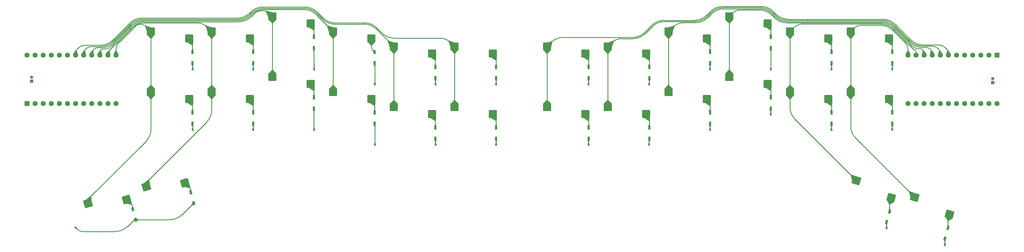
<source format=gbr>
%TF.GenerationSoftware,KiCad,Pcbnew,8.0.0*%
%TF.CreationDate,2024-03-10T10:49:13-04:00*%
%TF.ProjectId,Kiwi MKIII,4b697769-204d-44b4-9949-492e6b696361,rev?*%
%TF.SameCoordinates,Original*%
%TF.FileFunction,Copper,L2,Bot*%
%TF.FilePolarity,Positive*%
%FSLAX46Y46*%
G04 Gerber Fmt 4.6, Leading zero omitted, Abs format (unit mm)*
G04 Created by KiCad (PCBNEW 8.0.0) date 2024-03-10 10:49:13*
%MOMM*%
%LPD*%
G01*
G04 APERTURE LIST*
G04 Aperture macros list*
%AMRoundRect*
0 Rectangle with rounded corners*
0 $1 Rounding radius*
0 $2 $3 $4 $5 $6 $7 $8 $9 X,Y pos of 4 corners*
0 Add a 4 corners polygon primitive as box body*
4,1,4,$2,$3,$4,$5,$6,$7,$8,$9,$2,$3,0*
0 Add four circle primitives for the rounded corners*
1,1,$1+$1,$2,$3*
1,1,$1+$1,$4,$5*
1,1,$1+$1,$6,$7*
1,1,$1+$1,$8,$9*
0 Add four rect primitives between the rounded corners*
20,1,$1+$1,$2,$3,$4,$5,0*
20,1,$1+$1,$4,$5,$6,$7,0*
20,1,$1+$1,$6,$7,$8,$9,0*
20,1,$1+$1,$8,$9,$2,$3,0*%
%AMRotRect*
0 Rectangle, with rotation*
0 The origin of the aperture is its center*
0 $1 length*
0 $2 width*
0 $3 Rotation angle, in degrees counterclockwise*
0 Add horizontal line*
21,1,$1,$2,0,0,$3*%
G04 Aperture macros list end*
%TA.AperFunction,SMDPad,CuDef*%
%ADD10RoundRect,0.250000X-1.025000X-1.000000X1.025000X-1.000000X1.025000X1.000000X-1.025000X1.000000X0*%
%TD*%
%TA.AperFunction,ComponentPad*%
%ADD11R,1.000000X1.000000*%
%TD*%
%TA.AperFunction,ComponentPad*%
%ADD12O,1.000000X1.000000*%
%TD*%
%TA.AperFunction,SMDPad,CuDef*%
%ADD13RoundRect,0.250000X-1.260931X-0.678733X0.709656X-1.243790X1.260931X0.678733X-0.709656X1.243790X0*%
%TD*%
%TA.AperFunction,SMDPad,CuDef*%
%ADD14RoundRect,0.250000X-0.709656X-1.243790X1.260931X-0.678733X0.709656X1.243790X-1.260931X0.678733X0*%
%TD*%
%TA.AperFunction,ComponentPad*%
%ADD15R,1.600000X1.600000*%
%TD*%
%TA.AperFunction,ComponentPad*%
%ADD16C,1.600000*%
%TD*%
%TA.AperFunction,SMDPad,CuDef*%
%ADD17R,0.750000X1.200000*%
%TD*%
%TA.AperFunction,SMDPad,CuDef*%
%ADD18RotRect,0.750000X1.200000X16.000000*%
%TD*%
%TA.AperFunction,SMDPad,CuDef*%
%ADD19RotRect,0.750000X1.200000X344.000000*%
%TD*%
%TA.AperFunction,SMDPad,CuDef*%
%ADD20RotRect,0.750000X1.200000X164.000000*%
%TD*%
%TA.AperFunction,ViaPad*%
%ADD21C,0.685800*%
%TD*%
%TA.AperFunction,Conductor*%
%ADD22C,0.250000*%
%TD*%
G04 APERTURE END LIST*
D10*
%TO.P,SW203,1,1*%
%TO.N,COLUMN 2*%
X258129300Y-111492700D03*
%TO.P,SW203,2,2*%
%TO.N,Net-(D203-A)*%
X270129300Y-113692700D03*
%TD*%
%TO.P,SW209,1,1*%
%TO.N,COLUMN 2*%
X258129300Y-130542700D03*
%TO.P,SW209,2,2*%
%TO.N,Net-(D209-A)*%
X270129300Y-132742700D03*
%TD*%
%TO.P,SW310,1,1*%
%TO.N,COLUMN 9*%
X133879300Y-125780200D03*
%TO.P,SW310,2,2*%
%TO.N,Net-(D310-A)*%
X145879300Y-127980200D03*
%TD*%
%TO.P,SW303,1,1*%
%TO.N,COLUMN 8*%
X152929300Y-111492700D03*
%TO.P,SW303,2,2*%
%TO.N,Net-(D303-A)*%
X164929300Y-113692700D03*
%TD*%
%TO.P,SW201,1,1*%
%TO.N,COLUMN 0*%
X220029300Y-116255200D03*
%TO.P,SW201,2,2*%
%TO.N,Net-(D201-A)*%
X232029300Y-118455200D03*
%TD*%
%TO.P,SW207,1,1*%
%TO.N,COLUMN 0*%
X220029300Y-135305200D03*
%TO.P,SW207,2,2*%
%TO.N,Net-(D207-A)*%
X232029300Y-137505200D03*
%TD*%
%TO.P,SW208,1,1*%
%TO.N,COLUMN 1*%
X239079300Y-135305200D03*
%TO.P,SW208,2,2*%
%TO.N,Net-(D208-A)*%
X251079300Y-137505200D03*
%TD*%
%TO.P,SW302,1,1*%
%TO.N,COLUMN 7*%
X171979300Y-116255200D03*
%TO.P,SW302,2,2*%
%TO.N,Net-(D302-A)*%
X183979300Y-118455200D03*
%TD*%
%TO.P,SW212,1,1*%
%TO.N,COLUMN 5*%
X315279300Y-130542700D03*
%TO.P,SW212,2,2*%
%TO.N,Net-(D212-A)*%
X327279300Y-132742700D03*
%TD*%
%TO.P,SW305,1,1*%
%TO.N,COLUMN 10*%
X114829300Y-111492700D03*
%TO.P,SW305,2,2*%
%TO.N,Net-(D305-A)*%
X126829300Y-113692700D03*
%TD*%
%TO.P,SW206,1,1*%
%TO.N,COLUMN 5*%
X315279300Y-111492700D03*
%TO.P,SW206,2,2*%
%TO.N,Net-(D206-A)*%
X327279300Y-113692700D03*
%TD*%
%TO.P,SW304,1,1*%
%TO.N,COLUMN 9*%
X133879300Y-106730200D03*
%TO.P,SW304,2,2*%
%TO.N,Net-(D304-A)*%
X145879300Y-108930200D03*
%TD*%
%TO.P,SW309,1,1*%
%TO.N,COLUMN 8*%
X152929300Y-130542700D03*
%TO.P,SW309,2,2*%
%TO.N,Net-(D309-A)*%
X164929300Y-132742700D03*
%TD*%
%TO.P,SW202,1,1*%
%TO.N,COLUMN 1*%
X239079300Y-116255200D03*
%TO.P,SW202,2,2*%
%TO.N,Net-(D202-A)*%
X251079300Y-118455200D03*
%TD*%
%TO.P,SW307,1,1*%
%TO.N,COLUMN 6*%
X191029300Y-135305200D03*
%TO.P,SW307,2,2*%
%TO.N,Net-(D307-A)*%
X203029300Y-137505200D03*
%TD*%
%TO.P,SW311,1,1*%
%TO.N,COLUMN 10*%
X114829300Y-130542700D03*
%TO.P,SW311,2,2*%
%TO.N,Net-(D311-A)*%
X126829300Y-132742700D03*
%TD*%
D11*
%TO.P,BT201,1,+*%
%TO.N,Net-(BT201-+)*%
X359779300Y-127542700D03*
D12*
%TO.P,BT201,2,-*%
%TO.N,Net-(BT201--)*%
X359779300Y-126272700D03*
%TD*%
D10*
%TO.P,SW205,1,1*%
%TO.N,COLUMN 4*%
X296229300Y-111492700D03*
%TO.P,SW205,2,2*%
%TO.N,Net-(D205-A)*%
X308229300Y-113692700D03*
%TD*%
D13*
%TO.P,SW214,1,1*%
%TO.N,COLUMN 5*%
X335380743Y-163622508D03*
%TO.P,SW214,2,2*%
%TO.N,Net-(D214-A)*%
X346309481Y-169044932D03*
%TD*%
D14*
%TO.P,SW313,1,1*%
%TO.N,COLUMN 10*%
X94261060Y-160314861D03*
%TO.P,SW313,2,2*%
%TO.N,Net-(D313-A)*%
X106402602Y-159121988D03*
%TD*%
D10*
%TO.P,SW308,1,1*%
%TO.N,COLUMN 7*%
X171979300Y-135305200D03*
%TO.P,SW308,2,2*%
%TO.N,Net-(D308-A)*%
X183979300Y-137505200D03*
%TD*%
D15*
%TO.P,U301,1,TX*%
%TO.N,unconnected-(U301-TX-Pad1)*%
X56859300Y-134162700D03*
D16*
%TO.P,U301,2,RX*%
%TO.N,unconnected-(U301-RX-Pad2)*%
X59399300Y-134162700D03*
%TO.P,U301,3,GND*%
%TO.N,GND3*%
X61939300Y-134162700D03*
%TO.P,U301,4,GND*%
X64479300Y-134162700D03*
%TO.P,U301,5,SDA*%
%TO.N,unconnected-(U301-SDA-Pad5)*%
X67019300Y-134162700D03*
%TO.P,U301,6,SCL*%
%TO.N,unconnected-(U301-SCL-Pad6)*%
X69559300Y-134162700D03*
%TO.P,U301,7,D4*%
%TO.N,Row 5*%
X72099300Y-134162700D03*
%TO.P,U301,8,C6*%
%TO.N,Row 4*%
X74639300Y-134162700D03*
%TO.P,U301,9,D7*%
%TO.N,Row 3*%
X77179300Y-134162700D03*
%TO.P,U301,10,E6*%
%TO.N,unconnected-(U301-E6-Pad10)*%
X79719300Y-134162700D03*
%TO.P,U301,11,B4*%
%TO.N,unconnected-(U301-B4-Pad11)*%
X82259300Y-134162700D03*
%TO.P,U301,12,B5*%
%TO.N,unconnected-(U301-B5-Pad12)*%
X84799300Y-134162700D03*
%TO.P,U301,13,B6*%
%TO.N,COLUMN 11*%
X84799300Y-118922700D03*
%TO.P,U301,14,B2*%
%TO.N,COLUMN 10*%
X82259300Y-118922700D03*
%TO.P,U301,15,B3*%
%TO.N,COLUMN 9*%
X79719300Y-118922700D03*
%TO.P,U301,16,B1*%
%TO.N,COLUMN 8*%
X77179300Y-118922700D03*
%TO.P,U301,17,F7*%
%TO.N,COLUMN 7*%
X74639300Y-118922700D03*
%TO.P,U301,18,F6*%
%TO.N,COLUMN 6*%
X72099300Y-118922700D03*
%TO.P,U301,19,F5*%
%TO.N,unconnected-(U301-F5-Pad19)*%
X69559300Y-118922700D03*
%TO.P,U301,20,F4*%
%TO.N,unconnected-(U301-F4-Pad20)*%
X67019300Y-118922700D03*
%TO.P,U301,21,VCC*%
%TO.N,unconnected-(U301-VCC-Pad21)*%
X64479300Y-118922700D03*
%TO.P,U301,22,RST*%
%TO.N,unconnected-(U301-RST-Pad22)*%
X61939300Y-118922700D03*
%TO.P,U301,23,GND*%
%TO.N,GND3*%
X59399300Y-118922700D03*
%TO.P,U301,24,RAW*%
%TO.N,Net-(BT301-+)*%
X56859300Y-118922700D03*
%TD*%
D10*
%TO.P,SW211,1,1*%
%TO.N,COLUMN 4*%
X296229300Y-130542700D03*
%TO.P,SW211,2,2*%
%TO.N,Net-(D211-A)*%
X308229300Y-132742700D03*
%TD*%
%TO.P,SW312,1,1*%
%TO.N,COLUMN 11*%
X95779300Y-130542700D03*
%TO.P,SW312,2,2*%
%TO.N,Net-(D312-A)*%
X107779300Y-132742700D03*
%TD*%
%TO.P,SW210,1,1*%
%TO.N,COLUMN 3*%
X277179300Y-125780200D03*
%TO.P,SW210,2,2*%
%TO.N,Net-(D210-A)*%
X289179300Y-127980200D03*
%TD*%
D11*
%TO.P,BT301,1,+*%
%TO.N,Net-(BT301-+)*%
X58279293Y-127167700D03*
D12*
%TO.P,BT301,2,-*%
%TO.N,Net-(BT301--)*%
X58279293Y-125897700D03*
%TD*%
D14*
%TO.P,SW314,1,1*%
%TO.N,COLUMN 11*%
X75997088Y-165551971D03*
%TO.P,SW314,2,2*%
%TO.N,Net-(D314-A)*%
X88138630Y-164359098D03*
%TD*%
D13*
%TO.P,SW213,1,1*%
%TO.N,COLUMN 4*%
X317068708Y-158385399D03*
%TO.P,SW213,2,2*%
%TO.N,Net-(D213-A)*%
X327997446Y-163807823D03*
%TD*%
D10*
%TO.P,SW301,1,1*%
%TO.N,COLUMN 6*%
X191029300Y-116255200D03*
%TO.P,SW301,2,2*%
%TO.N,Net-(D301-A)*%
X203029300Y-118455200D03*
%TD*%
D15*
%TO.P,U201,1,TX*%
%TO.N,unconnected-(U201-TX-Pad1)*%
X361199300Y-118922700D03*
D16*
%TO.P,U201,2,RX*%
%TO.N,unconnected-(U201-RX-Pad2)*%
X358659300Y-118922700D03*
%TO.P,U201,3,GND*%
%TO.N,GND2*%
X356119300Y-118922700D03*
%TO.P,U201,4,GND*%
X353579300Y-118922700D03*
%TO.P,U201,5,SDA*%
%TO.N,unconnected-(U201-SDA-Pad5)*%
X351039300Y-118922700D03*
%TO.P,U201,6,SCL*%
%TO.N,unconnected-(U201-SCL-Pad6)*%
X348499300Y-118922700D03*
%TO.P,U201,7,D4*%
%TO.N,COLUMN 0*%
X345959300Y-118922700D03*
%TO.P,U201,8,C6*%
%TO.N,COLUMN 1*%
X343419300Y-118922700D03*
%TO.P,U201,9,D7*%
%TO.N,COLUMN 2*%
X340879300Y-118922700D03*
%TO.P,U201,10,E6*%
%TO.N,COLUMN 3*%
X338339300Y-118922700D03*
%TO.P,U201,11,B4*%
%TO.N,COLUMN 4*%
X335799300Y-118922700D03*
%TO.P,U201,12,B5*%
%TO.N,COLUMN 5*%
X333259300Y-118922700D03*
%TO.P,U201,13,B6*%
%TO.N,unconnected-(U201-B6-Pad13)*%
X333259300Y-134162700D03*
%TO.P,U201,14,B2*%
%TO.N,unconnected-(U201-B2-Pad14)*%
X335799300Y-134162700D03*
%TO.P,U201,15,B3*%
%TO.N,unconnected-(U201-B3-Pad15)*%
X338339300Y-134162700D03*
%TO.P,U201,16,B1*%
%TO.N,unconnected-(U201-B1-Pad16)*%
X340879300Y-134162700D03*
%TO.P,U201,17,F7*%
%TO.N,Row 0*%
X343419300Y-134162700D03*
%TO.P,U201,18,F6*%
%TO.N,Row 1*%
X345959300Y-134162700D03*
%TO.P,U201,19,F5*%
%TO.N,Row 2*%
X348499300Y-134162700D03*
%TO.P,U201,20,F4*%
%TO.N,unconnected-(U201-F4-Pad20)*%
X351039300Y-134162700D03*
%TO.P,U201,21,VCC*%
%TO.N,unconnected-(U201-VCC-Pad21)*%
X353579300Y-134162700D03*
%TO.P,U201,22,RST*%
%TO.N,unconnected-(U201-RST-Pad22)*%
X356119300Y-134162700D03*
%TO.P,U201,23,GND*%
%TO.N,GND2*%
X358659300Y-134162700D03*
%TO.P,U201,24,RAW*%
%TO.N,Net-(BT201-+)*%
X361199300Y-134162700D03*
%TD*%
D10*
%TO.P,SW204,1,1*%
%TO.N,COLUMN 3*%
X277179300Y-106730200D03*
%TO.P,SW204,2,2*%
%TO.N,Net-(D204-A)*%
X289179300Y-108930200D03*
%TD*%
%TO.P,SW306,1,1*%
%TO.N,COLUMN 11*%
X95779300Y-111492700D03*
%TO.P,SW306,2,2*%
%TO.N,Net-(D306-A)*%
X107779300Y-113692700D03*
%TD*%
D17*
%TO.P,D208,1,K*%
%TO.N,Row 1*%
X252079300Y-145205200D03*
%TO.P,D208,2,A*%
%TO.N,Net-(D208-A)*%
X252079300Y-141805200D03*
%TD*%
%TO.P,D206,1,K*%
%TO.N,Row 0*%
X328279300Y-121392700D03*
%TO.P,D206,2,A*%
%TO.N,Net-(D206-A)*%
X328279300Y-117992700D03*
%TD*%
%TO.P,D309,1,K*%
%TO.N,Row 4*%
X165929300Y-140442700D03*
%TO.P,D309,2,A*%
%TO.N,Net-(D309-A)*%
X165929300Y-137042700D03*
%TD*%
%TO.P,D301,1,K*%
%TO.N,Row 3*%
X204029300Y-126155200D03*
%TO.P,D301,2,A*%
%TO.N,Net-(D301-A)*%
X204029300Y-122755200D03*
%TD*%
%TO.P,D310,1,K*%
%TO.N,Row 4*%
X146879300Y-135680200D03*
%TO.P,D310,2,A*%
%TO.N,Net-(D310-A)*%
X146879300Y-132280200D03*
%TD*%
%TO.P,D312,1,K*%
%TO.N,Row 4*%
X108779300Y-140442700D03*
%TO.P,D312,2,A*%
%TO.N,Net-(D312-A)*%
X108779300Y-137042700D03*
%TD*%
%TO.P,D211,1,K*%
%TO.N,Row 1*%
X309229300Y-140442700D03*
%TO.P,D211,2,A*%
%TO.N,Net-(D211-A)*%
X309229300Y-137042700D03*
%TD*%
%TO.P,D201,1,K*%
%TO.N,Row 0*%
X233029300Y-126155200D03*
%TO.P,D201,2,A*%
%TO.N,Net-(D201-A)*%
X233029300Y-122755200D03*
%TD*%
%TO.P,D203,1,K*%
%TO.N,Row 0*%
X271129300Y-121392700D03*
%TO.P,D203,2,A*%
%TO.N,Net-(D203-A)*%
X271129300Y-117992700D03*
%TD*%
D18*
%TO.P,D314,1,K*%
%TO.N,Row 5*%
X90983912Y-170738955D03*
%TO.P,D314,2,A*%
%TO.N,Net-(D314-A)*%
X90046744Y-167470665D03*
%TD*%
D17*
%TO.P,D304,1,K*%
%TO.N,Row 3*%
X146879300Y-116630200D03*
%TO.P,D304,2,A*%
%TO.N,Net-(D304-A)*%
X146879300Y-113230200D03*
%TD*%
%TO.P,D202,1,K*%
%TO.N,Row 0*%
X252079300Y-126155200D03*
%TO.P,D202,2,A*%
%TO.N,Net-(D202-A)*%
X252079300Y-122755200D03*
%TD*%
%TO.P,D305,1,K*%
%TO.N,Row 3*%
X127829300Y-121392700D03*
%TO.P,D305,2,A*%
%TO.N,Net-(D305-A)*%
X127829300Y-117992700D03*
%TD*%
%TO.P,D205,1,K*%
%TO.N,Row 0*%
X309229300Y-121392700D03*
%TO.P,D205,2,A*%
%TO.N,Net-(D205-A)*%
X309229300Y-117992700D03*
%TD*%
%TO.P,D303,1,K*%
%TO.N,Row 3*%
X165929300Y-121392700D03*
%TO.P,D303,2,A*%
%TO.N,Net-(D303-A)*%
X165929300Y-117992700D03*
%TD*%
D18*
%TO.P,D313,1,K*%
%TO.N,Row 5*%
X109183912Y-165488955D03*
%TO.P,D313,2,A*%
%TO.N,Net-(D313-A)*%
X108246744Y-162220665D03*
%TD*%
D17*
%TO.P,D207,1,K*%
%TO.N,Row 1*%
X233029300Y-145205200D03*
%TO.P,D207,2,A*%
%TO.N,Net-(D207-A)*%
X233029300Y-141805200D03*
%TD*%
%TO.P,D311,1,K*%
%TO.N,Row 4*%
X127829300Y-140442700D03*
%TO.P,D311,2,A*%
%TO.N,Net-(D311-A)*%
X127829300Y-137042700D03*
%TD*%
%TO.P,D302,1,K*%
%TO.N,Row 3*%
X184979300Y-126155200D03*
%TO.P,D302,2,A*%
%TO.N,Net-(D302-A)*%
X184979300Y-122755200D03*
%TD*%
%TO.P,D307,1,K*%
%TO.N,Row 4*%
X204029300Y-145205200D03*
%TO.P,D307,2,A*%
%TO.N,Net-(D307-A)*%
X204029300Y-141805200D03*
%TD*%
%TO.P,D209,1,K*%
%TO.N,Row 1*%
X271129300Y-140442700D03*
%TO.P,D209,2,A*%
%TO.N,Net-(D209-A)*%
X271129300Y-137042700D03*
%TD*%
D19*
%TO.P,D213,1,K*%
%TO.N,Row 2*%
X326528862Y-171441968D03*
%TO.P,D213,2,A*%
%TO.N,Net-(D213-A)*%
X327466030Y-168173678D03*
%TD*%
D17*
%TO.P,D306,1,K*%
%TO.N,Row 3*%
X108779300Y-121392700D03*
%TO.P,D306,2,A*%
%TO.N,Net-(D306-A)*%
X108779300Y-117992700D03*
%TD*%
%TO.P,D210,1,K*%
%TO.N,Row 1*%
X290179300Y-135680200D03*
%TO.P,D210,2,A*%
%TO.N,Net-(D210-A)*%
X290179300Y-132280200D03*
%TD*%
D19*
%TO.P,D214,1,K*%
%TO.N,Row 2*%
X344840897Y-176679077D03*
D20*
%TO.P,D214,2,A*%
%TO.N,Net-(D214-A)*%
X345778065Y-173410787D03*
%TD*%
D17*
%TO.P,D308,1,K*%
%TO.N,Row 4*%
X184979300Y-145205200D03*
%TO.P,D308,2,A*%
%TO.N,Net-(D308-A)*%
X184979300Y-141805200D03*
%TD*%
%TO.P,D212,1,K*%
%TO.N,Row 1*%
X328279300Y-140442700D03*
%TO.P,D212,2,A*%
%TO.N,Net-(D212-A)*%
X328279300Y-137042700D03*
%TD*%
%TO.P,D204,1,K*%
%TO.N,Row 0*%
X290179300Y-116630200D03*
%TO.P,D204,2,A*%
%TO.N,Net-(D204-A)*%
X290179300Y-113230200D03*
%TD*%
D21*
%TO.N,Row 0*%
X252029300Y-128155200D03*
X309229300Y-123442700D03*
X233029300Y-128155200D03*
X290229300Y-123442700D03*
X271129300Y-123442700D03*
X328279300Y-123392700D03*
%TO.N,Row 1*%
X290179300Y-137630200D03*
X252029300Y-147155200D03*
X233029300Y-147155200D03*
X328279300Y-142392700D03*
X271129300Y-142442700D03*
X309229300Y-142442700D03*
%TO.N,Row 2*%
X326528862Y-173441968D03*
X344840897Y-178679077D03*
%TO.N,Row 3*%
X204029300Y-128155200D03*
X108829300Y-123442700D03*
X146929300Y-123442700D03*
X166029300Y-128155200D03*
X127829300Y-123442700D03*
X185029300Y-128155200D03*
%TO.N,Row 4*%
X185029300Y-147155200D03*
X127829300Y-142441993D03*
X146929300Y-142442700D03*
X166029300Y-147155200D03*
X108829300Y-142442700D03*
X204029300Y-147155200D03*
%TO.N,Row 5*%
X72099300Y-173172700D03*
%TD*%
D22*
%TO.N,Row 5*%
X88423092Y-172848906D02*
G75*
G02*
X84575336Y-174442709I-3847792J3847806D01*
G01*
X90758478Y-170738955D02*
G75*
G03*
X90373650Y-170898371I22J-544245D01*
G01*
X105527703Y-169145161D02*
G75*
G02*
X101679948Y-170738986I-3847803J3847761D01*
G01*
X72734300Y-173807700D02*
G75*
G03*
X74267325Y-174442689I1533000J1533000D01*
G01*
X91209345Y-170738955D02*
X90758478Y-170738955D01*
%TO.N,Row 4*%
X146879300Y-142357344D02*
G75*
G03*
X146904313Y-142417687I85400J44D01*
G01*
X165979300Y-140492700D02*
G75*
G02*
X166029295Y-140613410I-120700J-120700D01*
G01*
%TO.N,Row 3*%
X165979300Y-128069844D02*
G75*
G03*
X166004313Y-128130187I85400J44D01*
G01*
X146879300Y-123357344D02*
G75*
G03*
X146904313Y-123417687I85400J44D01*
G01*
X165954300Y-121417700D02*
G75*
G02*
X165979318Y-121478055I-60400J-60400D01*
G01*
%TO.N,COLUMN 11*%
X95779300Y-142238736D02*
G75*
G02*
X94185500Y-146086485I-5441600J36D01*
G01*
X92470879Y-109169700D02*
G75*
G03*
X90788674Y-109866511I21J-2379000D01*
G01*
X76448596Y-163823403D02*
G75*
G03*
X75997107Y-164913441I1090004J-1089997D01*
G01*
X85883592Y-114771565D02*
G75*
G03*
X84799283Y-117389279I2617708J-2617735D01*
G01*
X94153097Y-109866497D02*
G75*
G03*
X92470879Y-109169710I-1682197J-1682203D01*
G01*
%TO.N,COLUMN 10*%
X94722065Y-158549934D02*
G75*
G03*
X94261051Y-159662900I1112935J-1112966D01*
G01*
X93583263Y-108792700D02*
G75*
G03*
X89735536Y-110386521I37J-5441500D01*
G01*
X114829300Y-136188736D02*
G75*
G02*
X113235500Y-140036485I-5441600J36D01*
G01*
X82634067Y-117487935D02*
G75*
G03*
X82259291Y-118392700I904733J-904765D01*
G01*
X113479299Y-110142701D02*
G75*
G03*
X110220111Y-108792696I-3259199J-3259199D01*
G01*
%TO.N,COLUMN 9*%
X83416621Y-116172221D02*
G75*
G02*
X81481727Y-116973691I-1934921J1934921D01*
G01*
X127199566Y-106821906D02*
G75*
G02*
X123351810Y-108415691I-3847766J3847806D01*
G01*
X93427105Y-108415700D02*
G75*
G03*
X89579357Y-110009500I-5J-5441500D01*
G01*
X80033796Y-117288177D02*
G75*
G03*
X79719310Y-118047439I759204J-759223D01*
G01*
X80793058Y-116973681D02*
G75*
G03*
X80033826Y-117288207I42J-1073719D01*
G01*
X132976049Y-105826951D02*
G75*
G03*
X130795411Y-104923696I-2180649J-2180649D01*
G01*
X130585287Y-104923700D02*
G75*
G03*
X128045945Y-105975532I13J-3591200D01*
G01*
%TO.N,COLUMN 8*%
X93270947Y-108038700D02*
G75*
G03*
X89423178Y-109632479I-47J-5441500D01*
G01*
X83920490Y-115135192D02*
G75*
G02*
X80392148Y-116596699I-3528390J3528392D01*
G01*
X79135632Y-116596681D02*
G75*
G03*
X77752283Y-117169664I-32J-1956319D01*
G01*
X77596503Y-117325472D02*
G75*
G03*
X77179286Y-118332687I1007197J-1007228D01*
G01*
X147577091Y-106140493D02*
G75*
G03*
X143729336Y-104546690I-3847791J-3847807D01*
G01*
X131195579Y-104546700D02*
G75*
G03*
X127347823Y-106140493I21J-5441600D01*
G01*
X127043408Y-106444907D02*
G75*
G02*
X123195652Y-108038721I-3847808J3847807D01*
G01*
%TO.N,COLUMN 7*%
X77136785Y-116219681D02*
G75*
G03*
X75370797Y-116951178I15J-2497519D01*
G01*
X166487591Y-110763493D02*
G75*
G03*
X162639836Y-109169690I-3847791J-3847807D01*
G01*
X131039421Y-104169700D02*
G75*
G03*
X127191644Y-105763472I-21J-5441600D01*
G01*
X75077716Y-117244259D02*
G75*
G03*
X74639278Y-118302687I1058384J-1058441D01*
G01*
X126887250Y-106067907D02*
G75*
G02*
X123039494Y-107661680I-3847750J3847807D01*
G01*
X93114789Y-107661700D02*
G75*
G03*
X89267049Y-109255508I11J-5441500D01*
G01*
X149545666Y-107575906D02*
G75*
G03*
X153393421Y-109169669I3847734J3847806D01*
G01*
X83896638Y-114625888D02*
G75*
G02*
X80048882Y-116219658I-3847738J3847788D01*
G01*
X147733250Y-105763492D02*
G75*
G03*
X143885494Y-104169719I-3847750J-3847808D01*
G01*
%TO.N,COLUMN 6*%
X166643750Y-110386492D02*
G75*
G03*
X162795994Y-108792719I-3847750J-3847808D01*
G01*
X168256166Y-111998906D02*
G75*
G03*
X172103921Y-113592669I3847734J3847806D01*
G01*
X147889408Y-105386492D02*
G75*
G03*
X144041652Y-103792749I-3847708J-3847808D01*
G01*
X92958631Y-107284700D02*
G75*
G03*
X89110870Y-108878487I-31J-5441500D01*
G01*
X83740479Y-114248888D02*
G75*
G02*
X79892723Y-115842687I-3847779J3847788D01*
G01*
X149701823Y-107198907D02*
G75*
G03*
X153549579Y-108792699I3847777J3847807D01*
G01*
X74967227Y-115842681D02*
G75*
G03*
X72939285Y-116682666I-27J-2867919D01*
G01*
X72594283Y-117027690D02*
G75*
G03*
X72099296Y-118222687I1195017J-1195010D01*
G01*
X130883263Y-103792700D02*
G75*
G03*
X127035515Y-105386501I37J-5441600D01*
G01*
X189698050Y-114923950D02*
G75*
G03*
X186484128Y-113592689I-3213950J-3213950D01*
G01*
X126731092Y-105690907D02*
G75*
G02*
X122883336Y-107284710I-3847792J3847807D01*
G01*
%TO.N,Net-(D314-A)*%
X89621259Y-165841727D02*
G75*
G02*
X90046732Y-166868938I-1027159J-1027173D01*
G01*
%TO.N,Net-(D313-A)*%
X107803197Y-160522585D02*
G75*
G02*
X108246749Y-161593397I-1070797J-1070815D01*
G01*
%TO.N,Net-(D312-A)*%
X108279300Y-133242700D02*
G75*
G02*
X108779297Y-134449806I-1207100J-1207100D01*
G01*
%TO.N,Net-(D311-A)*%
X127329300Y-133242700D02*
G75*
G02*
X127829297Y-134449806I-1207100J-1207100D01*
G01*
%TO.N,Net-(D310-A)*%
X146379300Y-128480200D02*
G75*
G02*
X146879297Y-129687306I-1207100J-1207100D01*
G01*
%TO.N,Net-(D309-A)*%
X165429300Y-133242700D02*
G75*
G02*
X165929297Y-134449806I-1207100J-1207100D01*
G01*
%TO.N,Net-(D308-A)*%
X184479300Y-138005200D02*
G75*
G02*
X184979297Y-139212306I-1207100J-1207100D01*
G01*
%TO.N,Net-(D307-A)*%
X203529300Y-138005200D02*
G75*
G02*
X204029297Y-139212306I-1207100J-1207100D01*
G01*
%TO.N,Net-(D306-A)*%
X108279300Y-114192700D02*
G75*
G02*
X108779297Y-115399806I-1207100J-1207100D01*
G01*
%TO.N,Net-(D305-A)*%
X127329300Y-114192700D02*
G75*
G02*
X127829297Y-115399806I-1207100J-1207100D01*
G01*
%TO.N,Net-(D304-A)*%
X146379300Y-109430200D02*
G75*
G02*
X146879297Y-110637306I-1207100J-1207100D01*
G01*
%TO.N,Net-(D303-A)*%
X164929300Y-116285593D02*
G75*
G03*
X165429298Y-117492702I1707100J-7D01*
G01*
%TO.N,Net-(D302-A)*%
X184479300Y-118955200D02*
G75*
G02*
X184979297Y-120162306I-1207100J-1207100D01*
G01*
%TO.N,Net-(D301-A)*%
X203529300Y-118955200D02*
G75*
G02*
X204029297Y-120162306I-1207100J-1207100D01*
G01*
%TO.N,Net-(D214-A)*%
X346043773Y-169310640D02*
G75*
G03*
X345778062Y-169952115I641427J-641460D01*
G01*
%TO.N,Net-(D213-A)*%
X327731738Y-164073531D02*
G75*
G03*
X327466031Y-164715006I641462J-641469D01*
G01*
%TO.N,Net-(D212-A)*%
X327779300Y-133242700D02*
G75*
G02*
X328279297Y-134449806I-1207100J-1207100D01*
G01*
%TO.N,Net-(D211-A)*%
X308729300Y-133242700D02*
G75*
G02*
X309229297Y-134449806I-1207100J-1207100D01*
G01*
%TO.N,Net-(D210-A)*%
X289679300Y-128480200D02*
G75*
G02*
X290179297Y-129687306I-1207100J-1207100D01*
G01*
%TO.N,Net-(D209-A)*%
X270629300Y-133242700D02*
G75*
G02*
X271129297Y-134449806I-1207100J-1207100D01*
G01*
%TO.N,Net-(D208-A)*%
X251579300Y-138005200D02*
G75*
G02*
X252079297Y-139212306I-1207100J-1207100D01*
G01*
%TO.N,Net-(D207-A)*%
X232529300Y-138005200D02*
G75*
G02*
X233029297Y-139212306I-1207100J-1207100D01*
G01*
%TO.N,Net-(D206-A)*%
X327779300Y-114192700D02*
G75*
G02*
X328279297Y-115399806I-1207100J-1207100D01*
G01*
%TO.N,Net-(D205-A)*%
X308729300Y-114192700D02*
G75*
G02*
X309229297Y-115399806I-1207100J-1207100D01*
G01*
%TO.N,Net-(D204-A)*%
X289679300Y-109430200D02*
G75*
G02*
X290179297Y-110637306I-1207100J-1207100D01*
G01*
%TO.N,Net-(D203-A)*%
X270629300Y-114192700D02*
G75*
G02*
X271129297Y-115399806I-1207100J-1207100D01*
G01*
%TO.N,Net-(D202-A)*%
X251579300Y-118955200D02*
G75*
G02*
X252079297Y-120162306I-1207100J-1207100D01*
G01*
%TO.N,Net-(D201-A)*%
X232529300Y-118955200D02*
G75*
G02*
X233029297Y-120162306I-1207100J-1207100D01*
G01*
%TO.N,Row 2*%
X344820098Y-176699875D02*
G75*
G03*
X344799288Y-176750087I50202J-50225D01*
G01*
X344834273Y-176685700D02*
G75*
G03*
X344832703Y-176683617I-973J900D01*
G01*
X344799300Y-178608066D02*
G75*
G03*
X344820083Y-178658293I71000J-34D01*
G01*
%TO.N,Row 0*%
X252054300Y-126180200D02*
G75*
G02*
X252079318Y-126240555I-60400J-60400D01*
G01*
X252079300Y-128069844D02*
G75*
G02*
X252054287Y-128130187I-85400J44D01*
G01*
X290179300Y-123357344D02*
G75*
G03*
X290204313Y-123417687I85400J44D01*
G01*
%TO.N,COLUMN 5*%
X332204221Y-114883413D02*
G75*
G02*
X333259291Y-117430595I-2547221J-2547187D01*
G01*
X318633764Y-109527700D02*
G75*
G03*
X316261810Y-110510210I36J-3354500D01*
G01*
X315279300Y-141267101D02*
G75*
G03*
X316873082Y-145114867I5441600J1D01*
G01*
X328442302Y-111121492D02*
G75*
G03*
X324594546Y-109527682I-3847802J-3847808D01*
G01*
%TO.N,COLUMN 4*%
X328598460Y-110744492D02*
G75*
G03*
X324750704Y-109150712I-3847760J-3847808D01*
G01*
X300227344Y-109150700D02*
G75*
G03*
X297400287Y-110321687I-44J-3998000D01*
G01*
X296229300Y-135292027D02*
G75*
G03*
X297823095Y-139139780I5441600J27D01*
G01*
X334979065Y-117125095D02*
G75*
G03*
X335262984Y-117242717I283935J283895D01*
G01*
X335546903Y-117360303D02*
G75*
G03*
X335262984Y-117242705I-283903J-283897D01*
G01*
X335614299Y-117427701D02*
G75*
G02*
X335799287Y-117874329I-446599J-446599D01*
G01*
%TO.N,COLUMN 3*%
X337895800Y-117309200D02*
G75*
G03*
X336825096Y-116865702I-1070700J-1070700D01*
G01*
X328754618Y-110367492D02*
G75*
G03*
X324906862Y-108773742I-3847718J-3847808D01*
G01*
X280593513Y-104730200D02*
G75*
G03*
X278179296Y-105730196I-13J-3414200D01*
G01*
X337925642Y-117339042D02*
G75*
G02*
X338339304Y-118337700I-998642J-998658D01*
G01*
X334475194Y-116088068D02*
G75*
G03*
X336352563Y-116865726I1877406J1877368D01*
G01*
X290511118Y-106323992D02*
G75*
G03*
X286663362Y-104730242I-3847718J-3847808D01*
G01*
X291367033Y-107179907D02*
G75*
G03*
X295214789Y-108773692I3847767J3847807D01*
G01*
%TO.N,COLUMN 2*%
X340444429Y-117257829D02*
G75*
G02*
X340879312Y-118307700I-1049829J-1049871D01*
G01*
X262845182Y-108730200D02*
G75*
G03*
X259510555Y-110111455I18J-4715900D01*
G01*
X340265799Y-117079201D02*
G75*
G03*
X338784679Y-116465709I-1481099J-1481099D01*
G01*
X291523191Y-106802907D02*
G75*
G03*
X295370947Y-108396651I3847709J3847807D01*
G01*
X275439079Y-104353200D02*
G75*
G03*
X271591323Y-105946993I21J-5441600D01*
G01*
X333877613Y-114957329D02*
G75*
G03*
X337519142Y-116465670I3641487J3641529D01*
G01*
X270401908Y-107136407D02*
G75*
G02*
X266554152Y-108730221I-3847808J3847807D01*
G01*
X328910776Y-109990492D02*
G75*
G03*
X325063020Y-108396701I-3847776J-3847808D01*
G01*
X290667276Y-105946992D02*
G75*
G03*
X286819520Y-104353201I-3847776J-3847808D01*
G01*
%TO.N,COLUMN 1*%
X291679349Y-106425907D02*
G75*
G03*
X295527105Y-108019681I3847751J3847807D01*
G01*
X250868750Y-112136407D02*
G75*
G02*
X247020994Y-113730180I-3847750J3847807D01*
G01*
X275282921Y-103976200D02*
G75*
G03*
X271435144Y-105569972I-21J-5441600D01*
G01*
X290823433Y-105569993D02*
G75*
G03*
X286975678Y-103976231I-3847733J-3847807D01*
G01*
X243389744Y-113730200D02*
G75*
G03*
X240341787Y-114992687I-44J-4310400D01*
G01*
X329066933Y-109613493D02*
G75*
G03*
X325219178Y-108019731I-3847733J-3847807D01*
G01*
X342963216Y-117176616D02*
G75*
G02*
X343419290Y-118277700I-1101116J-1101084D01*
G01*
X270245750Y-106759407D02*
G75*
G02*
X266397994Y-108353180I-3847750J3847807D01*
G01*
X256905921Y-108353200D02*
G75*
G03*
X253058165Y-109946992I-21J-5441500D01*
G01*
X342647300Y-116860700D02*
G75*
G03*
X340783527Y-116088689I-1863800J-1863800D01*
G01*
X333948349Y-114494907D02*
G75*
G03*
X337796105Y-116088681I3847751J3847807D01*
G01*
%TO.N,COLUMN 0*%
X345506398Y-117188798D02*
G75*
G02*
X345959301Y-118282200I-1093398J-1093402D01*
G01*
X290979591Y-105192993D02*
G75*
G03*
X287131836Y-103599190I-3847791J-3847807D01*
G01*
X270089592Y-106382406D02*
G75*
G02*
X266241836Y-107976209I-3847792J3847806D01*
G01*
X256749763Y-107976200D02*
G75*
G03*
X252902015Y-109570001I37J-5441600D01*
G01*
X275126763Y-103599200D02*
G75*
G03*
X271279036Y-105193021I37J-5441500D01*
G01*
X224983323Y-113353200D02*
G75*
G03*
X221480293Y-114804193I-23J-4954000D01*
G01*
X291835508Y-106048906D02*
G75*
G03*
X295683263Y-107642710I3847792J3847806D01*
G01*
X344994300Y-116676700D02*
G75*
G03*
X342664583Y-115711707I-2329700J-2329700D01*
G01*
X250712592Y-111759407D02*
G75*
G02*
X246864836Y-113353210I-3847792J3847807D01*
G01*
X334104508Y-114117906D02*
G75*
G03*
X337952263Y-115711710I3847792J3847806D01*
G01*
X329223091Y-109236493D02*
G75*
G03*
X325375336Y-107642690I-3847791J-3847807D01*
G01*
X252902006Y-109569992D02*
X250712592Y-111759407D01*
X220029300Y-116255200D02*
X220029300Y-135305200D01*
X345959300Y-118282200D02*
X345959300Y-118922700D01*
X342664583Y-115711700D02*
X337952263Y-115711700D01*
X220029300Y-116255200D02*
X221480300Y-114804200D01*
X270089592Y-106382406D02*
X271279007Y-105192992D01*
X220029300Y-116255200D02*
X220029300Y-135305200D01*
X290979592Y-105192992D02*
X291835507Y-106048907D01*
X287131836Y-103599200D02*
X275126763Y-103599200D01*
X295683263Y-107642700D02*
X325375336Y-107642700D01*
X334104507Y-114117907D02*
X329223092Y-109236492D01*
X224983323Y-113353200D02*
X246864836Y-113353200D01*
X266241836Y-107976200D02*
X256749763Y-107976200D01*
X345506398Y-117188798D02*
X344994300Y-116676700D01*
%TO.N,COLUMN 1*%
X266397994Y-108353200D02*
X256905921Y-108353200D01*
X340783527Y-116088700D02*
X337796105Y-116088700D01*
X240341800Y-114992700D02*
X239079300Y-116255200D01*
X271435164Y-105569992D02*
X270245750Y-106759407D01*
X329066934Y-109613492D02*
X333948349Y-114494907D01*
X239079300Y-135305200D02*
X239079300Y-116255200D01*
X275282921Y-103976200D02*
X286975678Y-103976200D01*
X343419300Y-118277700D02*
X343419300Y-118922700D01*
X295527105Y-108019700D02*
X325219178Y-108019700D01*
X342963216Y-117176616D02*
X342647300Y-116860700D01*
X291679349Y-106425907D02*
X290823434Y-105569992D01*
X239079300Y-135305200D02*
X239079300Y-116255200D01*
X250868750Y-112136407D02*
X253058165Y-109946992D01*
X247020994Y-113730200D02*
X243389744Y-113730200D01*
%TO.N,COLUMN 2*%
X259510550Y-110111450D02*
X258129300Y-111492700D01*
X291523191Y-106802907D02*
X290667276Y-105946992D01*
X258129300Y-111492700D02*
X258129300Y-130542700D01*
X295370947Y-108396700D02*
X325063020Y-108396700D01*
X262845182Y-108730200D02*
X266554152Y-108730200D01*
X340444429Y-117257829D02*
X340265800Y-117079200D01*
X340879300Y-118307700D02*
X340879300Y-118922700D01*
X275439079Y-104353200D02*
X286819520Y-104353200D01*
X338784679Y-116465700D02*
X337519142Y-116465700D01*
X333877613Y-114957329D02*
X328910776Y-109990492D01*
X258129300Y-111492700D02*
X258129300Y-130542700D01*
X271591322Y-105946992D02*
X270401908Y-107136407D01*
%TO.N,COLUMN 3*%
X290511118Y-106323992D02*
X291367033Y-107179907D01*
X336825096Y-116865700D02*
X336352563Y-116865700D01*
X278179300Y-105730200D02*
X277179300Y-106730200D01*
X280593513Y-104730200D02*
X286663362Y-104730200D01*
X337895800Y-117309200D02*
X337925642Y-117339042D01*
X277179300Y-106730200D02*
X277179300Y-125780200D01*
X277179300Y-106730200D02*
X277179300Y-125780200D01*
X324906862Y-108773700D02*
X295214789Y-108773700D01*
X328754618Y-110367492D02*
X334475194Y-116088068D01*
X338339300Y-118337700D02*
X338339300Y-118922700D01*
%TO.N,COLUMN 4*%
X296229300Y-111492700D02*
X296229300Y-130542700D01*
X296229300Y-111492700D02*
X296229300Y-130542700D01*
X296229300Y-135292027D02*
X296229300Y-130542700D01*
X335546903Y-117360303D02*
X335614300Y-117427700D01*
X335799300Y-117874329D02*
X335799300Y-118922700D01*
X324750704Y-109150700D02*
X300227344Y-109150700D01*
X328598460Y-110744492D02*
X334979064Y-117125096D01*
X297823092Y-139139783D02*
X317068708Y-158385399D01*
X297400300Y-110321700D02*
X296229300Y-111492700D01*
%TO.N,COLUMN 5*%
X333259300Y-117430595D02*
X333259300Y-118922700D01*
X318633764Y-109527700D02*
X324594546Y-109527700D01*
X315279300Y-111492700D02*
X315279300Y-130542700D01*
X315279300Y-111492700D02*
X316261800Y-110510200D01*
X332204222Y-114883412D02*
X328442302Y-111121492D01*
X315279300Y-111492700D02*
X315279300Y-130542700D01*
X315279300Y-141267101D02*
X315279300Y-130542700D01*
X316873092Y-145114857D02*
X335380743Y-163622508D01*
%TO.N,Row 0*%
X328279300Y-123392700D02*
X328279300Y-121392700D01*
X252054300Y-128130200D02*
X252029300Y-128155200D01*
X309229300Y-123442700D02*
X309229300Y-121442700D01*
X290179300Y-123357344D02*
X290179300Y-116630200D01*
X271129300Y-123442700D02*
X271129300Y-121442700D01*
X252054300Y-126180200D02*
X252029300Y-126155200D01*
X233029300Y-128155200D02*
X233029300Y-126155200D01*
X252079300Y-126240555D02*
X252079300Y-128069844D01*
X290229300Y-123442700D02*
X290204300Y-123417700D01*
%TO.N,Row 1*%
X290179300Y-137630200D02*
X290179300Y-135630200D01*
X309229300Y-142442700D02*
X309229300Y-140442700D01*
X233029300Y-147155200D02*
X233029300Y-145155200D01*
X328279300Y-142392700D02*
X328279300Y-140392700D01*
X252029300Y-147155200D02*
X252029300Y-145155200D01*
X271129300Y-142442700D02*
X271129300Y-140442700D01*
%TO.N,Row 2*%
X326528862Y-173441968D02*
X326528862Y-171441968D01*
X344799300Y-176750087D02*
X344799300Y-178608066D01*
X344840897Y-178679077D02*
X344820098Y-178658278D01*
X344820098Y-176699875D02*
X344834273Y-176685700D01*
X344832703Y-176683618D02*
X344824510Y-176688159D01*
%TO.N,Net-(D201-A)*%
X233029300Y-120162306D02*
X233029300Y-122755200D01*
X232529300Y-118955200D02*
X232029300Y-118455200D01*
%TO.N,Net-(D202-A)*%
X252079300Y-120162306D02*
X252079300Y-122755200D01*
X251579300Y-118955200D02*
X251079300Y-118455200D01*
%TO.N,Net-(D203-A)*%
X270629300Y-114192700D02*
X270129300Y-113692700D01*
X271129300Y-115399806D02*
X271129300Y-117992700D01*
%TO.N,Net-(D204-A)*%
X289679300Y-109430200D02*
X289179300Y-108930200D01*
X290179300Y-110637306D02*
X290179300Y-113230200D01*
%TO.N,Net-(D205-A)*%
X309229300Y-115399806D02*
X309229300Y-117992700D01*
X308729300Y-114192700D02*
X308229300Y-113692700D01*
%TO.N,Net-(D206-A)*%
X328279300Y-115399806D02*
X328279300Y-117992700D01*
X327779300Y-114192700D02*
X327279300Y-113692700D01*
%TO.N,Net-(D207-A)*%
X232529300Y-138005200D02*
X232029300Y-137505200D01*
X233029300Y-139212306D02*
X233029300Y-141805200D01*
%TO.N,Net-(D208-A)*%
X252079300Y-139212306D02*
X252079300Y-141805200D01*
X251579300Y-138005200D02*
X251079300Y-137505200D01*
%TO.N,Net-(D209-A)*%
X271129300Y-134449806D02*
X271129300Y-137042700D01*
X270629300Y-133242700D02*
X270129300Y-132742700D01*
%TO.N,Net-(D210-A)*%
X290179300Y-129687306D02*
X290179300Y-132280200D01*
X289679300Y-128480200D02*
X289179300Y-127980200D01*
%TO.N,Net-(D211-A)*%
X308729300Y-133242700D02*
X308229300Y-132742700D01*
X309229300Y-134449806D02*
X309229300Y-137042700D01*
%TO.N,Net-(D212-A)*%
X327779300Y-133242700D02*
X327279300Y-132742700D01*
X328279300Y-134449806D02*
X328279300Y-137042700D01*
%TO.N,Net-(D213-A)*%
X327466030Y-164715006D02*
X327466030Y-168173678D01*
X327731738Y-164073531D02*
X327997446Y-163807823D01*
%TO.N,Net-(D214-A)*%
X345778065Y-169952115D02*
X345778065Y-173410787D01*
X346043773Y-169310640D02*
X346309481Y-169044932D01*
%TO.N,Net-(D301-A)*%
X204029300Y-120162306D02*
X204029300Y-122755200D01*
X203529300Y-118955200D02*
X203029300Y-118455200D01*
%TO.N,Net-(D302-A)*%
X184479300Y-118955200D02*
X183979300Y-118455200D01*
X184979300Y-120162306D02*
X184979300Y-122755200D01*
%TO.N,Net-(D303-A)*%
X165429300Y-117492700D02*
X165929300Y-117992700D01*
X164929300Y-116285593D02*
X164929300Y-113692700D01*
%TO.N,Net-(D304-A)*%
X146379300Y-109430200D02*
X145879300Y-108930200D01*
X146879300Y-110637306D02*
X146879300Y-113230200D01*
%TO.N,Net-(D305-A)*%
X127829300Y-115399806D02*
X127829300Y-117992700D01*
X127329300Y-114192700D02*
X126829300Y-113692700D01*
%TO.N,Net-(D306-A)*%
X108279300Y-114192700D02*
X107779300Y-113692700D01*
X108779300Y-115399806D02*
X108779300Y-117992700D01*
%TO.N,Net-(D307-A)*%
X204029300Y-139212306D02*
X204029300Y-141805200D01*
X203529300Y-138005200D02*
X203029300Y-137505200D01*
%TO.N,Net-(D308-A)*%
X184979300Y-139212306D02*
X184979300Y-141805200D01*
X184479300Y-138005200D02*
X183979300Y-137505200D01*
%TO.N,Net-(D309-A)*%
X165929300Y-134449806D02*
X165929300Y-137042700D01*
X165429300Y-133242700D02*
X164929300Y-132742700D01*
%TO.N,Net-(D310-A)*%
X146879300Y-129687306D02*
X146879300Y-132280200D01*
X146379300Y-128480200D02*
X145879300Y-127980200D01*
%TO.N,Net-(D311-A)*%
X127829300Y-134449806D02*
X127829300Y-137042700D01*
X127329300Y-133242700D02*
X126829300Y-132742700D01*
%TO.N,Net-(D312-A)*%
X108279300Y-133242700D02*
X107779300Y-132742700D01*
X108779300Y-134449806D02*
X108779300Y-137042700D01*
%TO.N,Net-(D313-A)*%
X108246744Y-161593397D02*
X108246744Y-162220665D01*
X107803198Y-160522584D02*
X106402602Y-159121988D01*
%TO.N,Net-(D314-A)*%
X89621259Y-165841727D02*
X88138630Y-164359098D01*
X90046744Y-166868938D02*
X90046744Y-167470665D01*
%TO.N,COLUMN 6*%
X144041652Y-103792700D02*
X130883263Y-103792700D01*
X191029300Y-116255200D02*
X191029300Y-135305200D01*
X92958631Y-107284700D02*
X122883336Y-107284700D01*
X191029300Y-116255200D02*
X189698050Y-114923950D01*
X72939296Y-116682677D02*
X72594283Y-117027690D01*
X172103921Y-113592700D02*
X186484128Y-113592700D01*
X162795994Y-108792700D02*
X153549579Y-108792700D01*
X166643750Y-110386492D02*
X168256165Y-111998907D01*
X147889408Y-105386492D02*
X149701823Y-107198907D01*
X89110875Y-108878492D02*
X83740479Y-114248888D01*
X72099300Y-118222687D02*
X72099300Y-118922700D01*
X79892723Y-115842681D02*
X74967227Y-115842681D01*
X127035506Y-105386492D02*
X126731092Y-105690907D01*
%TO.N,COLUMN 7*%
X131039421Y-104169700D02*
X143885494Y-104169700D01*
X149545665Y-107575907D02*
X147733250Y-105763492D01*
X77136785Y-116219681D02*
X80048882Y-116219681D01*
X171979300Y-116255200D02*
X166487592Y-110763492D01*
X75370796Y-116951177D02*
X75077715Y-117244258D01*
X162639836Y-109169700D02*
X153393421Y-109169700D01*
X89267033Y-109255492D02*
X83896638Y-114625888D01*
X171979300Y-116255200D02*
X171979300Y-135305200D01*
X127191664Y-105763492D02*
X126887250Y-106067907D01*
X123039494Y-107661700D02*
X93114789Y-107661700D01*
X74639300Y-118302687D02*
X74639300Y-118922700D01*
%TO.N,COLUMN 8*%
X89423191Y-109632492D02*
X83920491Y-115135193D01*
X77752296Y-117169677D02*
X77596502Y-117325471D01*
X143729336Y-104546700D02*
X131195579Y-104546700D01*
X152929300Y-111492700D02*
X152929300Y-130542700D01*
X77179300Y-118332687D02*
X77179300Y-118922700D01*
X80392148Y-116596681D02*
X79135632Y-116596681D01*
X127347822Y-106140492D02*
X127043408Y-106444907D01*
X93270947Y-108038700D02*
X123195652Y-108038700D01*
X147577092Y-106140492D02*
X152929300Y-111492700D01*
%TO.N,COLUMN 9*%
X132976050Y-105826950D02*
X133879300Y-106730200D01*
X83416621Y-116172221D02*
X89579349Y-110009492D01*
X127199566Y-106821906D02*
X128045943Y-105975530D01*
X133879300Y-106730200D02*
X133879300Y-125780200D01*
X123351810Y-108415700D02*
X93427105Y-108415700D01*
X81481727Y-116973681D02*
X80793058Y-116973681D01*
X130795411Y-104923700D02*
X130585287Y-104923700D01*
X79719300Y-118047439D02*
X79719300Y-118922700D01*
%TO.N,COLUMN 10*%
X94722065Y-158549934D02*
X113235507Y-140036492D01*
X82259300Y-118392700D02*
X82259300Y-118922700D01*
X114829300Y-111492700D02*
X113479300Y-110142700D01*
X94261060Y-159662900D02*
X94261060Y-160314861D01*
X114829300Y-111492700D02*
X114829300Y-130542700D01*
X89735507Y-110386492D02*
X82634066Y-117487934D01*
X93583263Y-108792700D02*
X110220111Y-108792700D01*
X114829300Y-136188736D02*
X114829300Y-130542700D01*
%TO.N,COLUMN 11*%
X95779300Y-142238736D02*
X95779300Y-130542700D01*
X84799300Y-117389279D02*
X84799300Y-118922700D01*
X95779300Y-111492700D02*
X94153097Y-109866497D01*
X75997088Y-164913441D02*
X75997088Y-165551971D01*
X95779300Y-111492700D02*
X95779300Y-130542700D01*
X90788660Y-109866497D02*
X85883592Y-114771565D01*
X94185507Y-146086492D02*
X76448596Y-163823403D01*
%TO.N,Row 3*%
X108829300Y-123442700D02*
X108829300Y-121442700D01*
X185029300Y-128155200D02*
X185029300Y-126155200D01*
X165979300Y-128069844D02*
X165979300Y-121478055D01*
X166004300Y-128130200D02*
X166029300Y-128155200D01*
X127829300Y-123442700D02*
X127829300Y-121392700D01*
X204029300Y-128155200D02*
X204029300Y-126155200D01*
X146929300Y-123442700D02*
X146929300Y-121442700D01*
X165954300Y-121417700D02*
X165929300Y-121392700D01*
X146904300Y-123417700D02*
X146929300Y-123442700D01*
X146879300Y-123357344D02*
X146879300Y-116630200D01*
%TO.N,Row 4*%
X165979300Y-140492700D02*
X165929300Y-140442700D01*
X146879300Y-142357344D02*
X146879300Y-135680200D01*
X127829300Y-142441993D02*
X127829300Y-140442700D01*
X146904300Y-142417700D02*
X146929300Y-142442700D01*
X108829300Y-142442700D02*
X108829300Y-140442700D01*
X166029300Y-140613410D02*
X166029300Y-147155200D01*
X204029300Y-147155200D02*
X204029300Y-145205200D01*
X185029300Y-147155200D02*
X185029300Y-145155200D01*
%TO.N,Row 5*%
X105527704Y-169145162D02*
X109183912Y-165488955D01*
X72099300Y-173172700D02*
X72734300Y-173807700D01*
X88423092Y-172848906D02*
X90373639Y-170898360D01*
X101679948Y-170738955D02*
X91209345Y-170738955D01*
X84575336Y-174442700D02*
X74267325Y-174442700D01*
%TD*%
%TA.AperFunction,Conductor*%
%TO.N,Row 5*%
G36*
X90534149Y-170506047D02*
G01*
X90974196Y-170732875D01*
X90979978Y-170739711D01*
X90979234Y-170748635D01*
X90979221Y-170748659D01*
X90737880Y-171214188D01*
X90731030Y-171219956D01*
X90722830Y-171219534D01*
X90380782Y-171070914D01*
X90377172Y-171068456D01*
X90209497Y-170900781D01*
X90206070Y-170892508D01*
X90208754Y-170885051D01*
X90321576Y-170748635D01*
X90519772Y-170508989D01*
X90527685Y-170504799D01*
X90534149Y-170506047D01*
G37*
%TD.AperFunction*%
%TD*%
%TA.AperFunction,Conductor*%
%TO.N,COLUMN 11*%
G36*
X76815262Y-163294758D02*
G01*
X76981857Y-163461353D01*
X76985175Y-163468035D01*
X77221855Y-165192360D01*
X77219585Y-165201022D01*
X77213476Y-165205201D01*
X76005353Y-165550116D01*
X75996457Y-165549092D01*
X75991887Y-165544500D01*
X75383596Y-164437498D01*
X75382616Y-164428600D01*
X75386547Y-164422726D01*
X76799687Y-163293889D01*
X76808289Y-163291403D01*
X76815262Y-163294758D01*
G37*
%TD.AperFunction*%
%TD*%
%TA.AperFunction,Conductor*%
%TO.N,COLUMN 10*%
G36*
X95059577Y-158050562D02*
G01*
X95226156Y-158217141D01*
X95229458Y-158223711D01*
X95482586Y-159944297D01*
X95480400Y-159952981D01*
X95474323Y-159957221D01*
X94269320Y-160312920D01*
X94260416Y-160311976D01*
X94255793Y-160307404D01*
X94060205Y-159957221D01*
X93638870Y-159202857D01*
X93637829Y-159193965D01*
X93641710Y-159188072D01*
X95043931Y-158049750D01*
X95052513Y-158047198D01*
X95059577Y-158050562D01*
G37*
%TD.AperFunction*%
%TD*%
%TA.AperFunction,Conductor*%
%TO.N,COLUMN 10*%
G36*
X82618079Y-117343717D02*
G01*
X82618540Y-117344154D01*
X82784047Y-117509661D01*
X82787261Y-117515713D01*
X83056610Y-118908791D01*
X83054816Y-118917564D01*
X83047344Y-118922499D01*
X83045133Y-118922712D01*
X82263453Y-118923402D01*
X82255177Y-118919982D01*
X82255160Y-118919965D01*
X81701431Y-118364850D01*
X81698014Y-118356572D01*
X81701003Y-118348776D01*
X82601558Y-117344614D01*
X82609632Y-117340744D01*
X82618079Y-117343717D01*
G37*
%TD.AperFunction*%
%TD*%
%TA.AperFunction,Conductor*%
%TO.N,COLUMN 9*%
G36*
X133900620Y-105477974D02*
G01*
X133907850Y-105483258D01*
X133909554Y-105489619D01*
X133880462Y-106721255D01*
X133876840Y-106729445D01*
X133871163Y-106732431D01*
X132613361Y-106995862D01*
X132604561Y-106994203D01*
X132600371Y-106989377D01*
X131771203Y-105220304D01*
X131770755Y-105211479D01*
X131848247Y-104990022D01*
X131854213Y-104983347D01*
X131862052Y-104982519D01*
X133900620Y-105477974D01*
G37*
%TD.AperFunction*%
%TD*%
%TA.AperFunction,Conductor*%
%TO.N,COLUMN 8*%
G36*
X77453110Y-117310879D02*
G01*
X77453991Y-117311649D01*
X77594282Y-117447278D01*
X77622056Y-117474129D01*
X77625253Y-117479620D01*
X77915867Y-118606716D01*
X77914615Y-118615583D01*
X77909021Y-118620444D01*
X77185839Y-118920417D01*
X77176884Y-118920422D01*
X77173075Y-118917874D01*
X76620948Y-118364366D01*
X76617531Y-118356088D01*
X76620041Y-118348862D01*
X77436679Y-117312824D01*
X77444491Y-117308449D01*
X77453110Y-117310879D01*
G37*
%TD.AperFunction*%
%TD*%
%TA.AperFunction,Conductor*%
%TO.N,COLUMN 7*%
G36*
X74862830Y-117319063D02*
G01*
X75052437Y-117456828D01*
X75056830Y-117463151D01*
X75375622Y-118606575D01*
X75374543Y-118615464D01*
X75368836Y-118620523D01*
X74645948Y-118920506D01*
X74636994Y-118920512D01*
X74633181Y-118917963D01*
X74080756Y-118364174D01*
X74077339Y-118355897D01*
X74079662Y-118348913D01*
X74846577Y-117321528D01*
X74854272Y-117316949D01*
X74862830Y-117319063D01*
G37*
%TD.AperFunction*%
%TD*%
%TA.AperFunction,Conductor*%
%TO.N,COLUMN 6*%
G36*
X72231212Y-117311116D02*
G01*
X72440338Y-117417672D01*
X72446140Y-117424440D01*
X72835013Y-118606249D01*
X72834344Y-118615179D01*
X72828385Y-118620712D01*
X72103335Y-118921727D01*
X72094380Y-118921734D01*
X72094358Y-118921725D01*
X71373246Y-118621977D01*
X71366922Y-118615637D01*
X71366933Y-118606682D01*
X71367959Y-118604748D01*
X72216129Y-117315111D01*
X72223536Y-117310084D01*
X72231212Y-117311116D01*
G37*
%TD.AperFunction*%
%TD*%
%TA.AperFunction,Conductor*%
%TO.N,Net-(D312-A)*%
G36*
X107788667Y-132749568D02*
G01*
X107791312Y-132751131D01*
X109049102Y-133738619D01*
X109053493Y-133746424D01*
X109053488Y-133749259D01*
X108905570Y-134944775D01*
X108901154Y-134952564D01*
X108893959Y-134955038D01*
X108657918Y-134955038D01*
X108651313Y-134952995D01*
X107255096Y-133998112D01*
X107250202Y-133990614D01*
X107250934Y-133983877D01*
X107773322Y-132755752D01*
X107779712Y-132749483D01*
X107788667Y-132749568D01*
G37*
%TD.AperFunction*%
%TD*%
%TA.AperFunction,Conductor*%
%TO.N,Net-(D311-A)*%
G36*
X126838667Y-132749568D02*
G01*
X126841312Y-132751131D01*
X128099102Y-133738619D01*
X128103493Y-133746424D01*
X128103488Y-133749259D01*
X127955570Y-134944775D01*
X127951154Y-134952564D01*
X127943959Y-134955038D01*
X127707918Y-134955038D01*
X127701313Y-134952995D01*
X126305096Y-133998112D01*
X126300202Y-133990614D01*
X126300934Y-133983877D01*
X126823322Y-132755752D01*
X126829712Y-132749483D01*
X126838667Y-132749568D01*
G37*
%TD.AperFunction*%
%TD*%
%TA.AperFunction,Conductor*%
%TO.N,Net-(D310-A)*%
G36*
X145888667Y-127987068D02*
G01*
X145891312Y-127988631D01*
X147149102Y-128976119D01*
X147153493Y-128983924D01*
X147153488Y-128986759D01*
X147005570Y-130182275D01*
X147001154Y-130190064D01*
X146993959Y-130192538D01*
X146757918Y-130192538D01*
X146751313Y-130190495D01*
X145355096Y-129235612D01*
X145350202Y-129228114D01*
X145350934Y-129221377D01*
X145873322Y-127993252D01*
X145879712Y-127986983D01*
X145888667Y-127987068D01*
G37*
%TD.AperFunction*%
%TD*%
%TA.AperFunction,Conductor*%
%TO.N,Net-(D309-A)*%
G36*
X164938667Y-132749568D02*
G01*
X164941312Y-132751131D01*
X166199102Y-133738619D01*
X166203493Y-133746424D01*
X166203488Y-133749259D01*
X166055570Y-134944775D01*
X166051154Y-134952564D01*
X166043959Y-134955038D01*
X165807918Y-134955038D01*
X165801313Y-134952995D01*
X164405096Y-133998112D01*
X164400202Y-133990614D01*
X164400934Y-133983877D01*
X164923322Y-132755752D01*
X164929712Y-132749483D01*
X164938667Y-132749568D01*
G37*
%TD.AperFunction*%
%TD*%
%TA.AperFunction,Conductor*%
%TO.N,Net-(D308-A)*%
G36*
X183988667Y-137512068D02*
G01*
X183991312Y-137513631D01*
X185249102Y-138501119D01*
X185253493Y-138508924D01*
X185253488Y-138511759D01*
X185105570Y-139707275D01*
X185101154Y-139715064D01*
X185093959Y-139717538D01*
X184857918Y-139717538D01*
X184851313Y-139715495D01*
X183455096Y-138760612D01*
X183450202Y-138753114D01*
X183450934Y-138746377D01*
X183973322Y-137518252D01*
X183979712Y-137511983D01*
X183988667Y-137512068D01*
G37*
%TD.AperFunction*%
%TD*%
%TA.AperFunction,Conductor*%
%TO.N,Net-(D307-A)*%
G36*
X203038667Y-137512068D02*
G01*
X203041312Y-137513631D01*
X204299102Y-138501119D01*
X204303493Y-138508924D01*
X204303488Y-138511759D01*
X204155570Y-139707275D01*
X204151154Y-139715064D01*
X204143959Y-139717538D01*
X203907918Y-139717538D01*
X203901313Y-139715495D01*
X202505096Y-138760612D01*
X202500202Y-138753114D01*
X202500934Y-138746377D01*
X203023322Y-137518252D01*
X203029712Y-137511983D01*
X203038667Y-137512068D01*
G37*
%TD.AperFunction*%
%TD*%
%TA.AperFunction,Conductor*%
%TO.N,Net-(D306-A)*%
G36*
X107788667Y-113699568D02*
G01*
X107791312Y-113701131D01*
X109049102Y-114688619D01*
X109053493Y-114696424D01*
X109053488Y-114699259D01*
X108905570Y-115894775D01*
X108901154Y-115902564D01*
X108893959Y-115905038D01*
X108657918Y-115905038D01*
X108651313Y-115902995D01*
X107255096Y-114948112D01*
X107250202Y-114940614D01*
X107250934Y-114933877D01*
X107773322Y-113705752D01*
X107779712Y-113699483D01*
X107788667Y-113699568D01*
G37*
%TD.AperFunction*%
%TD*%
%TA.AperFunction,Conductor*%
%TO.N,Net-(D305-A)*%
G36*
X126838667Y-113699568D02*
G01*
X126841312Y-113701131D01*
X128099102Y-114688619D01*
X128103493Y-114696424D01*
X128103488Y-114699259D01*
X127955570Y-115894775D01*
X127951154Y-115902564D01*
X127943959Y-115905038D01*
X127707918Y-115905038D01*
X127701313Y-115902995D01*
X126305096Y-114948112D01*
X126300202Y-114940614D01*
X126300934Y-114933877D01*
X126823322Y-113705752D01*
X126829712Y-113699483D01*
X126838667Y-113699568D01*
G37*
%TD.AperFunction*%
%TD*%
%TA.AperFunction,Conductor*%
%TO.N,Net-(D304-A)*%
G36*
X145888667Y-108937068D02*
G01*
X145891312Y-108938631D01*
X147149102Y-109926119D01*
X147153493Y-109933924D01*
X147153488Y-109936759D01*
X147005570Y-111132275D01*
X147001154Y-111140064D01*
X146993959Y-111142538D01*
X146757918Y-111142538D01*
X146751313Y-111140495D01*
X145355096Y-110185612D01*
X145350202Y-110178114D01*
X145350934Y-110171377D01*
X145873322Y-108943252D01*
X145879712Y-108936983D01*
X145888667Y-108937068D01*
G37*
%TD.AperFunction*%
%TD*%
%TA.AperFunction,Conductor*%
%TO.N,Net-(D302-A)*%
G36*
X183988667Y-118462068D02*
G01*
X183991312Y-118463631D01*
X185249102Y-119451119D01*
X185253493Y-119458924D01*
X185253488Y-119461759D01*
X185105570Y-120657275D01*
X185101154Y-120665064D01*
X185093959Y-120667538D01*
X184857918Y-120667538D01*
X184851313Y-120665495D01*
X183455096Y-119710612D01*
X183450202Y-119703114D01*
X183450934Y-119696377D01*
X183973322Y-118468252D01*
X183979712Y-118461983D01*
X183988667Y-118462068D01*
G37*
%TD.AperFunction*%
%TD*%
%TA.AperFunction,Conductor*%
%TO.N,Net-(D301-A)*%
G36*
X203038667Y-118462068D02*
G01*
X203041312Y-118463631D01*
X204299102Y-119451119D01*
X204303493Y-119458924D01*
X204303488Y-119461759D01*
X204155570Y-120657275D01*
X204151154Y-120665064D01*
X204143959Y-120667538D01*
X203907918Y-120667538D01*
X203901313Y-120665495D01*
X202505096Y-119710612D01*
X202500202Y-119703114D01*
X202500934Y-119696377D01*
X203023322Y-118468252D01*
X203029712Y-118461983D01*
X203038667Y-118462068D01*
G37*
%TD.AperFunction*%
%TD*%
%TA.AperFunction,Conductor*%
%TO.N,Net-(D212-A)*%
G36*
X327288667Y-132749568D02*
G01*
X327291312Y-132751131D01*
X328549102Y-133738619D01*
X328553493Y-133746424D01*
X328553488Y-133749259D01*
X328405570Y-134944775D01*
X328401154Y-134952564D01*
X328393959Y-134955038D01*
X328157918Y-134955038D01*
X328151313Y-134952995D01*
X326755096Y-133998112D01*
X326750202Y-133990614D01*
X326750934Y-133983877D01*
X327273322Y-132755752D01*
X327279712Y-132749483D01*
X327288667Y-132749568D01*
G37*
%TD.AperFunction*%
%TD*%
%TA.AperFunction,Conductor*%
%TO.N,Net-(D211-A)*%
G36*
X308238667Y-132749568D02*
G01*
X308241312Y-132751131D01*
X309499102Y-133738619D01*
X309503493Y-133746424D01*
X309503488Y-133749259D01*
X309355570Y-134944775D01*
X309351154Y-134952564D01*
X309343959Y-134955038D01*
X309107918Y-134955038D01*
X309101313Y-134952995D01*
X307705096Y-133998112D01*
X307700202Y-133990614D01*
X307700934Y-133983877D01*
X308223322Y-132755752D01*
X308229712Y-132749483D01*
X308238667Y-132749568D01*
G37*
%TD.AperFunction*%
%TD*%
%TA.AperFunction,Conductor*%
%TO.N,Net-(D210-A)*%
G36*
X289188667Y-127987068D02*
G01*
X289191312Y-127988631D01*
X290449102Y-128976119D01*
X290453493Y-128983924D01*
X290453488Y-128986759D01*
X290305570Y-130182275D01*
X290301154Y-130190064D01*
X290293959Y-130192538D01*
X290057918Y-130192538D01*
X290051313Y-130190495D01*
X288655096Y-129235612D01*
X288650202Y-129228114D01*
X288650934Y-129221377D01*
X289173322Y-127993252D01*
X289179712Y-127986983D01*
X289188667Y-127987068D01*
G37*
%TD.AperFunction*%
%TD*%
%TA.AperFunction,Conductor*%
%TO.N,Net-(D209-A)*%
G36*
X270138667Y-132749568D02*
G01*
X270141312Y-132751131D01*
X271399102Y-133738619D01*
X271403493Y-133746424D01*
X271403488Y-133749259D01*
X271255570Y-134944775D01*
X271251154Y-134952564D01*
X271243959Y-134955038D01*
X271007918Y-134955038D01*
X271001313Y-134952995D01*
X269605096Y-133998112D01*
X269600202Y-133990614D01*
X269600934Y-133983877D01*
X270123322Y-132755752D01*
X270129712Y-132749483D01*
X270138667Y-132749568D01*
G37*
%TD.AperFunction*%
%TD*%
%TA.AperFunction,Conductor*%
%TO.N,Net-(D208-A)*%
G36*
X251088667Y-137512068D02*
G01*
X251091312Y-137513631D01*
X252349102Y-138501119D01*
X252353493Y-138508924D01*
X252353488Y-138511759D01*
X252205570Y-139707275D01*
X252201154Y-139715064D01*
X252193959Y-139717538D01*
X251957918Y-139717538D01*
X251951313Y-139715495D01*
X250555096Y-138760612D01*
X250550202Y-138753114D01*
X250550934Y-138746377D01*
X251073322Y-137518252D01*
X251079712Y-137511983D01*
X251088667Y-137512068D01*
G37*
%TD.AperFunction*%
%TD*%
%TA.AperFunction,Conductor*%
%TO.N,Net-(D207-A)*%
G36*
X232038667Y-137512068D02*
G01*
X232041312Y-137513631D01*
X233299102Y-138501119D01*
X233303493Y-138508924D01*
X233303488Y-138511759D01*
X233155570Y-139707275D01*
X233151154Y-139715064D01*
X233143959Y-139717538D01*
X232907918Y-139717538D01*
X232901313Y-139715495D01*
X231505096Y-138760612D01*
X231500202Y-138753114D01*
X231500934Y-138746377D01*
X232023322Y-137518252D01*
X232029712Y-137511983D01*
X232038667Y-137512068D01*
G37*
%TD.AperFunction*%
%TD*%
%TA.AperFunction,Conductor*%
%TO.N,Net-(D206-A)*%
G36*
X327288667Y-113699568D02*
G01*
X327291312Y-113701131D01*
X328549102Y-114688619D01*
X328553493Y-114696424D01*
X328553488Y-114699259D01*
X328405570Y-115894775D01*
X328401154Y-115902564D01*
X328393959Y-115905038D01*
X328157918Y-115905038D01*
X328151313Y-115902995D01*
X326755096Y-114948112D01*
X326750202Y-114940614D01*
X326750934Y-114933877D01*
X327273322Y-113705752D01*
X327279712Y-113699483D01*
X327288667Y-113699568D01*
G37*
%TD.AperFunction*%
%TD*%
%TA.AperFunction,Conductor*%
%TO.N,Net-(D205-A)*%
G36*
X308238667Y-113699568D02*
G01*
X308241312Y-113701131D01*
X309499102Y-114688619D01*
X309503493Y-114696424D01*
X309503488Y-114699259D01*
X309355570Y-115894775D01*
X309351154Y-115902564D01*
X309343959Y-115905038D01*
X309107918Y-115905038D01*
X309101313Y-115902995D01*
X307705096Y-114948112D01*
X307700202Y-114940614D01*
X307700934Y-114933877D01*
X308223322Y-113705752D01*
X308229712Y-113699483D01*
X308238667Y-113699568D01*
G37*
%TD.AperFunction*%
%TD*%
%TA.AperFunction,Conductor*%
%TO.N,Net-(D204-A)*%
G36*
X289188667Y-108937068D02*
G01*
X289191312Y-108938631D01*
X290449102Y-109926119D01*
X290453493Y-109933924D01*
X290453488Y-109936759D01*
X290305570Y-111132275D01*
X290301154Y-111140064D01*
X290293959Y-111142538D01*
X290057918Y-111142538D01*
X290051313Y-111140495D01*
X288655096Y-110185612D01*
X288650202Y-110178114D01*
X288650934Y-110171377D01*
X289173322Y-108943252D01*
X289179712Y-108936983D01*
X289188667Y-108937068D01*
G37*
%TD.AperFunction*%
%TD*%
%TA.AperFunction,Conductor*%
%TO.N,Net-(D203-A)*%
G36*
X270138667Y-113699568D02*
G01*
X270141312Y-113701131D01*
X271399102Y-114688619D01*
X271403493Y-114696424D01*
X271403488Y-114699259D01*
X271255570Y-115894775D01*
X271251154Y-115902564D01*
X271243959Y-115905038D01*
X271007918Y-115905038D01*
X271001313Y-115902995D01*
X269605096Y-114948112D01*
X269600202Y-114940614D01*
X269600934Y-114933877D01*
X270123322Y-113705752D01*
X270129712Y-113699483D01*
X270138667Y-113699568D01*
G37*
%TD.AperFunction*%
%TD*%
%TA.AperFunction,Conductor*%
%TO.N,Net-(D202-A)*%
G36*
X251088667Y-118462068D02*
G01*
X251091312Y-118463631D01*
X252349102Y-119451119D01*
X252353493Y-119458924D01*
X252353488Y-119461759D01*
X252205570Y-120657275D01*
X252201154Y-120665064D01*
X252193959Y-120667538D01*
X251957918Y-120667538D01*
X251951313Y-120665495D01*
X250555096Y-119710612D01*
X250550202Y-119703114D01*
X250550934Y-119696377D01*
X251073322Y-118468252D01*
X251079712Y-118461983D01*
X251088667Y-118462068D01*
G37*
%TD.AperFunction*%
%TD*%
%TA.AperFunction,Conductor*%
%TO.N,Net-(D201-A)*%
G36*
X232038667Y-118462068D02*
G01*
X232041312Y-118463631D01*
X233299102Y-119451119D01*
X233303493Y-119458924D01*
X233303488Y-119461759D01*
X233155570Y-120657275D01*
X233151154Y-120665064D01*
X233143959Y-120667538D01*
X232907918Y-120667538D01*
X232901313Y-120665495D01*
X231505096Y-119710612D01*
X231500202Y-119703114D01*
X231500934Y-119696377D01*
X232023322Y-118468252D01*
X232029712Y-118461983D01*
X232038667Y-118462068D01*
G37*
%TD.AperFunction*%
%TD*%
%TA.AperFunction,Conductor*%
%TO.N,COLUMN 3*%
G36*
X338074769Y-117315139D02*
G01*
X338075509Y-117315981D01*
X338898480Y-118348851D01*
X338900955Y-118357457D01*
X338897612Y-118364405D01*
X338345526Y-118917873D01*
X338337258Y-118921310D01*
X338332760Y-118920417D01*
X337609535Y-118620426D01*
X337603206Y-118614091D01*
X337602675Y-118606752D01*
X337886948Y-117482915D01*
X337890155Y-117477378D01*
X338058226Y-117314860D01*
X338066555Y-117311574D01*
X338074769Y-117315139D01*
G37*
%TD.AperFunction*%
%TD*%
%TA.AperFunction,Conductor*%
%TO.N,COLUMN 2*%
G36*
X340667034Y-117323487D02*
G01*
X341438879Y-118348903D01*
X341441116Y-118357574D01*
X341437814Y-118364202D01*
X340885418Y-118917963D01*
X340877149Y-118921400D01*
X340872651Y-118920506D01*
X340149729Y-118620509D01*
X340143401Y-118614173D01*
X340142932Y-118606601D01*
X340209584Y-118364202D01*
X340456778Y-117465198D01*
X340461180Y-117458837D01*
X340650809Y-117321057D01*
X340659516Y-117318967D01*
X340667034Y-117323487D01*
G37*
%TD.AperFunction*%
%TD*%
%TA.AperFunction,Conductor*%
%TO.N,COLUMN 1*%
G36*
X343236779Y-117311751D02*
G01*
X343236827Y-117311818D01*
X343979217Y-118348957D01*
X343981246Y-118357679D01*
X343977986Y-118364030D01*
X343425418Y-118917963D01*
X343417149Y-118921400D01*
X343412651Y-118920506D01*
X342689933Y-118620593D01*
X342683605Y-118614257D01*
X342683203Y-118606451D01*
X343026583Y-117452978D01*
X343030918Y-117446852D01*
X343220438Y-117309161D01*
X343229143Y-117307072D01*
X343236779Y-117311751D01*
G37*
%TD.AperFunction*%
%TD*%
%TA.AperFunction,Conductor*%
%TO.N,COLUMN 0*%
G36*
X345772444Y-117313500D02*
G01*
X345772469Y-117313533D01*
X346519168Y-118348949D01*
X346521227Y-118357664D01*
X346517961Y-118364056D01*
X345965418Y-118917963D01*
X345957149Y-118921400D01*
X345952651Y-118920506D01*
X345229903Y-118620581D01*
X345223575Y-118614245D01*
X345223163Y-118606474D01*
X345562225Y-117454775D01*
X345566569Y-117448618D01*
X345756104Y-117310911D01*
X345764809Y-117308821D01*
X345772444Y-117313500D01*
G37*
%TD.AperFunction*%
%TD*%
%TA.AperFunction,Conductor*%
%TO.N,COLUMN 0*%
G36*
X220036605Y-116263798D02*
G01*
X220038435Y-116265628D01*
X221023189Y-117497555D01*
X221025678Y-117506157D01*
X221022855Y-117512564D01*
X220157796Y-118501204D01*
X220149769Y-118505174D01*
X220148991Y-118505200D01*
X219909609Y-118505200D01*
X219901336Y-118501773D01*
X219900804Y-118501205D01*
X219900804Y-118501204D01*
X219035743Y-117512564D01*
X219032875Y-117504082D01*
X219035408Y-117497557D01*
X220020162Y-116265631D01*
X220028003Y-116261309D01*
X220036605Y-116263798D01*
G37*
%TD.AperFunction*%
%TD*%
%TA.AperFunction,Conductor*%
%TO.N,COLUMN 0*%
G36*
X220157264Y-133058627D02*
G01*
X220157796Y-133059195D01*
X221022855Y-134047834D01*
X221025724Y-134056317D01*
X221023189Y-134062844D01*
X220038439Y-135294767D01*
X220030597Y-135299090D01*
X220021995Y-135296601D01*
X220020161Y-135294767D01*
X219035410Y-134062844D01*
X219032921Y-134054242D01*
X219035742Y-134047836D01*
X219900804Y-133059194D01*
X219908831Y-133055226D01*
X219909609Y-133055200D01*
X220148991Y-133055200D01*
X220157264Y-133058627D01*
G37*
%TD.AperFunction*%
%TD*%
%TA.AperFunction,Conductor*%
%TO.N,COLUMN 0*%
G36*
X221584012Y-114536783D02*
G01*
X221587191Y-114539433D01*
X221739171Y-114720556D01*
X221741863Y-114729097D01*
X221741525Y-114731047D01*
X221306864Y-116387229D01*
X221301449Y-116394361D01*
X221294260Y-116395888D01*
X220037676Y-116256853D01*
X220029830Y-116252537D01*
X220027359Y-116246720D01*
X219868854Y-115015278D01*
X219871196Y-115006637D01*
X219877354Y-115002506D01*
X221575127Y-114535673D01*
X221584012Y-114536783D01*
G37*
%TD.AperFunction*%
%TD*%
%TA.AperFunction,Conductor*%
%TO.N,COLUMN 0*%
G36*
X220036605Y-116263798D02*
G01*
X220038435Y-116265628D01*
X221023189Y-117497555D01*
X221025678Y-117506157D01*
X221022855Y-117512564D01*
X220157796Y-118501204D01*
X220149769Y-118505174D01*
X220148991Y-118505200D01*
X219909609Y-118505200D01*
X219901336Y-118501773D01*
X219900804Y-118501205D01*
X219900804Y-118501204D01*
X219035743Y-117512564D01*
X219032875Y-117504082D01*
X219035408Y-117497557D01*
X220020162Y-116265631D01*
X220028003Y-116261309D01*
X220036605Y-116263798D01*
G37*
%TD.AperFunction*%
%TD*%
%TA.AperFunction,Conductor*%
%TO.N,COLUMN 0*%
G36*
X220157264Y-133058627D02*
G01*
X220157796Y-133059195D01*
X221022855Y-134047834D01*
X221025724Y-134056317D01*
X221023189Y-134062844D01*
X220038439Y-135294767D01*
X220030597Y-135299090D01*
X220021995Y-135296601D01*
X220020161Y-135294767D01*
X219035410Y-134062844D01*
X219032921Y-134054242D01*
X219035742Y-134047836D01*
X219900804Y-133059194D01*
X219908831Y-133055226D01*
X219909609Y-133055200D01*
X220148991Y-133055200D01*
X220157264Y-133058627D01*
G37*
%TD.AperFunction*%
%TD*%
%TA.AperFunction,Conductor*%
%TO.N,COLUMN 1*%
G36*
X240877574Y-114391471D02*
G01*
X240881941Y-114395370D01*
X241012652Y-114590993D01*
X241014399Y-114599776D01*
X241013927Y-114601470D01*
X240357506Y-116417570D01*
X240351471Y-116424186D01*
X240344952Y-116425190D01*
X239087586Y-116256974D01*
X239079840Y-116252480D01*
X239077502Y-116246606D01*
X238947330Y-115014669D01*
X238949868Y-115006085D01*
X238955400Y-115002300D01*
X240868652Y-114390726D01*
X240877574Y-114391471D01*
G37*
%TD.AperFunction*%
%TD*%
%TA.AperFunction,Conductor*%
%TO.N,COLUMN 1*%
G36*
X239207264Y-133058627D02*
G01*
X239207796Y-133059195D01*
X240072855Y-134047834D01*
X240075724Y-134056317D01*
X240073189Y-134062844D01*
X239088439Y-135294767D01*
X239080597Y-135299090D01*
X239071995Y-135296601D01*
X239070161Y-135294767D01*
X238085410Y-134062844D01*
X238082921Y-134054242D01*
X238085742Y-134047836D01*
X238950804Y-133059194D01*
X238958831Y-133055226D01*
X238959609Y-133055200D01*
X239198991Y-133055200D01*
X239207264Y-133058627D01*
G37*
%TD.AperFunction*%
%TD*%
%TA.AperFunction,Conductor*%
%TO.N,COLUMN 1*%
G36*
X239086605Y-116263798D02*
G01*
X239088435Y-116265628D01*
X240073189Y-117497555D01*
X240075678Y-117506157D01*
X240072855Y-117512564D01*
X239207796Y-118501204D01*
X239199769Y-118505174D01*
X239198991Y-118505200D01*
X238959609Y-118505200D01*
X238951336Y-118501773D01*
X238950804Y-118501205D01*
X238950804Y-118501204D01*
X238085743Y-117512564D01*
X238082875Y-117504082D01*
X238085408Y-117497557D01*
X239070162Y-116265631D01*
X239078003Y-116261309D01*
X239086605Y-116263798D01*
G37*
%TD.AperFunction*%
%TD*%
%TA.AperFunction,Conductor*%
%TO.N,COLUMN 1*%
G36*
X239207264Y-133058627D02*
G01*
X239207796Y-133059195D01*
X240072855Y-134047834D01*
X240075724Y-134056317D01*
X240073189Y-134062844D01*
X239088439Y-135294767D01*
X239080597Y-135299090D01*
X239071995Y-135296601D01*
X239070161Y-135294767D01*
X238085410Y-134062844D01*
X238082921Y-134054242D01*
X238085742Y-134047836D01*
X238950804Y-133059194D01*
X238958831Y-133055226D01*
X238959609Y-133055200D01*
X239198991Y-133055200D01*
X239207264Y-133058627D01*
G37*
%TD.AperFunction*%
%TD*%
%TA.AperFunction,Conductor*%
%TO.N,COLUMN 1*%
G36*
X239086605Y-116263798D02*
G01*
X239088435Y-116265628D01*
X240073189Y-117497555D01*
X240075678Y-117506157D01*
X240072855Y-117512564D01*
X239207796Y-118501204D01*
X239199769Y-118505174D01*
X239198991Y-118505200D01*
X238959609Y-118505200D01*
X238951336Y-118501773D01*
X238950804Y-118501205D01*
X238950804Y-118501204D01*
X238085743Y-117512564D01*
X238082875Y-117504082D01*
X238085408Y-117497557D01*
X239070162Y-116265631D01*
X239078003Y-116261309D01*
X239086605Y-116263798D01*
G37*
%TD.AperFunction*%
%TD*%
%TA.AperFunction,Conductor*%
%TO.N,COLUMN 2*%
G36*
X259901882Y-109603895D02*
G01*
X259906244Y-109607654D01*
X260041197Y-109800385D01*
X260043135Y-109809128D01*
X260042665Y-109810935D01*
X259407396Y-111639578D01*
X259401444Y-111646269D01*
X259394931Y-111647353D01*
X258137611Y-111494383D01*
X258129812Y-111489982D01*
X258127404Y-111484138D01*
X257982207Y-110252147D01*
X257984642Y-110243530D01*
X257990114Y-110239683D01*
X259892951Y-109603269D01*
X259901882Y-109603895D01*
G37*
%TD.AperFunction*%
%TD*%
%TA.AperFunction,Conductor*%
%TO.N,COLUMN 2*%
G36*
X258257264Y-128296127D02*
G01*
X258257796Y-128296695D01*
X259122855Y-129285334D01*
X259125724Y-129293817D01*
X259123189Y-129300344D01*
X258138439Y-130532267D01*
X258130597Y-130536590D01*
X258121995Y-130534101D01*
X258120161Y-130532267D01*
X257135410Y-129300344D01*
X257132921Y-129291742D01*
X257135742Y-129285336D01*
X258000804Y-128296694D01*
X258008831Y-128292726D01*
X258009609Y-128292700D01*
X258248991Y-128292700D01*
X258257264Y-128296127D01*
G37*
%TD.AperFunction*%
%TD*%
%TA.AperFunction,Conductor*%
%TO.N,COLUMN 2*%
G36*
X258136605Y-111501298D02*
G01*
X258138435Y-111503128D01*
X259123189Y-112735055D01*
X259125678Y-112743657D01*
X259122855Y-112750064D01*
X258257796Y-113738704D01*
X258249769Y-113742674D01*
X258248991Y-113742700D01*
X258009609Y-113742700D01*
X258001336Y-113739273D01*
X258000804Y-113738705D01*
X258000804Y-113738704D01*
X257135743Y-112750064D01*
X257132875Y-112741582D01*
X257135408Y-112735057D01*
X258120162Y-111503131D01*
X258128003Y-111498809D01*
X258136605Y-111501298D01*
G37*
%TD.AperFunction*%
%TD*%
%TA.AperFunction,Conductor*%
%TO.N,COLUMN 2*%
G36*
X258257264Y-128296127D02*
G01*
X258257796Y-128296695D01*
X259122855Y-129285334D01*
X259125724Y-129293817D01*
X259123189Y-129300344D01*
X258138439Y-130532267D01*
X258130597Y-130536590D01*
X258121995Y-130534101D01*
X258120161Y-130532267D01*
X257135410Y-129300344D01*
X257132921Y-129291742D01*
X257135742Y-129285336D01*
X258000804Y-128296694D01*
X258008831Y-128292726D01*
X258009609Y-128292700D01*
X258248991Y-128292700D01*
X258257264Y-128296127D01*
G37*
%TD.AperFunction*%
%TD*%
%TA.AperFunction,Conductor*%
%TO.N,COLUMN 2*%
G36*
X258136605Y-111501298D02*
G01*
X258138435Y-111503128D01*
X259123189Y-112735055D01*
X259125678Y-112743657D01*
X259122855Y-112750064D01*
X258257796Y-113738704D01*
X258249769Y-113742674D01*
X258248991Y-113742700D01*
X258009609Y-113742700D01*
X258001336Y-113739273D01*
X258000804Y-113738705D01*
X258000804Y-113738704D01*
X257135743Y-112750064D01*
X257132875Y-112741582D01*
X257135408Y-112735057D01*
X258120162Y-111503131D01*
X258128003Y-111498809D01*
X258136605Y-111501298D01*
G37*
%TD.AperFunction*%
%TD*%
%TA.AperFunction,Conductor*%
%TO.N,COLUMN 3*%
G36*
X277307264Y-123533627D02*
G01*
X277307796Y-123534195D01*
X278172855Y-124522834D01*
X278175724Y-124531317D01*
X278173189Y-124537844D01*
X277188439Y-125769767D01*
X277180597Y-125774090D01*
X277171995Y-125771601D01*
X277170161Y-125769767D01*
X276185410Y-124537844D01*
X276182921Y-124529242D01*
X276185742Y-124522836D01*
X277050804Y-123534194D01*
X277058831Y-123530226D01*
X277059609Y-123530200D01*
X277298991Y-123530200D01*
X277307264Y-123533627D01*
G37*
%TD.AperFunction*%
%TD*%
%TA.AperFunction,Conductor*%
%TO.N,COLUMN 3*%
G36*
X277186605Y-106738798D02*
G01*
X277188435Y-106740628D01*
X278173189Y-107972555D01*
X278175678Y-107981157D01*
X278172855Y-107987564D01*
X277307796Y-108976204D01*
X277299769Y-108980174D01*
X277298991Y-108980200D01*
X277059609Y-108980200D01*
X277051336Y-108976773D01*
X277050804Y-108976205D01*
X277050804Y-108976204D01*
X276185743Y-107987564D01*
X276182875Y-107979082D01*
X276185408Y-107972557D01*
X277170162Y-106740631D01*
X277178003Y-106736309D01*
X277186605Y-106738798D01*
G37*
%TD.AperFunction*%
%TD*%
%TA.AperFunction,Conductor*%
%TO.N,COLUMN 3*%
G36*
X277307264Y-123533627D02*
G01*
X277307796Y-123534195D01*
X278172855Y-124522834D01*
X278175724Y-124531317D01*
X278173189Y-124537844D01*
X277188439Y-125769767D01*
X277180597Y-125774090D01*
X277171995Y-125771601D01*
X277170161Y-125769767D01*
X276185410Y-124537844D01*
X276182921Y-124529242D01*
X276185742Y-124522836D01*
X277050804Y-123534194D01*
X277058831Y-123530226D01*
X277059609Y-123530200D01*
X277298991Y-123530200D01*
X277307264Y-123533627D01*
G37*
%TD.AperFunction*%
%TD*%
%TA.AperFunction,Conductor*%
%TO.N,COLUMN 3*%
G36*
X277186605Y-106738798D02*
G01*
X277188435Y-106740628D01*
X278173189Y-107972555D01*
X278175678Y-107981157D01*
X278172855Y-107987564D01*
X277307796Y-108976204D01*
X277299769Y-108980174D01*
X277298991Y-108980200D01*
X277059609Y-108980200D01*
X277051336Y-108976773D01*
X277050804Y-108976205D01*
X277050804Y-108976204D01*
X276185743Y-107987564D01*
X276182875Y-107979082D01*
X276185408Y-107972557D01*
X277170162Y-106740631D01*
X277178003Y-106736309D01*
X277186605Y-106738798D01*
G37*
%TD.AperFunction*%
%TD*%
%TA.AperFunction,Conductor*%
%TO.N,COLUMN 4*%
G36*
X296357264Y-128296127D02*
G01*
X296357796Y-128296695D01*
X297222855Y-129285334D01*
X297225724Y-129293817D01*
X297223189Y-129300344D01*
X296238439Y-130532267D01*
X296230597Y-130536590D01*
X296221995Y-130534101D01*
X296220161Y-130532267D01*
X295235410Y-129300344D01*
X295232921Y-129291742D01*
X295235742Y-129285336D01*
X296100804Y-128296694D01*
X296108831Y-128292726D01*
X296109609Y-128292700D01*
X296348991Y-128292700D01*
X296357264Y-128296127D01*
G37*
%TD.AperFunction*%
%TD*%
%TA.AperFunction,Conductor*%
%TO.N,COLUMN 4*%
G36*
X296236605Y-111501298D02*
G01*
X296238435Y-111503128D01*
X297223189Y-112735055D01*
X297225678Y-112743657D01*
X297222855Y-112750064D01*
X296357796Y-113738704D01*
X296349769Y-113742674D01*
X296348991Y-113742700D01*
X296109609Y-113742700D01*
X296101336Y-113739273D01*
X296100804Y-113738705D01*
X296100804Y-113738704D01*
X295235743Y-112750064D01*
X295232875Y-112741582D01*
X295235408Y-112735057D01*
X296220162Y-111503131D01*
X296228003Y-111498809D01*
X296236605Y-111501298D01*
G37*
%TD.AperFunction*%
%TD*%
%TA.AperFunction,Conductor*%
%TO.N,COLUMN 4*%
G36*
X296357264Y-128296127D02*
G01*
X296357796Y-128296695D01*
X297222855Y-129285334D01*
X297225724Y-129293817D01*
X297223189Y-129300344D01*
X296238439Y-130532267D01*
X296230597Y-130536590D01*
X296221995Y-130534101D01*
X296220161Y-130532267D01*
X295235410Y-129300344D01*
X295232921Y-129291742D01*
X295235742Y-129285336D01*
X296100804Y-128296694D01*
X296108831Y-128292726D01*
X296109609Y-128292700D01*
X296348991Y-128292700D01*
X296357264Y-128296127D01*
G37*
%TD.AperFunction*%
%TD*%
%TA.AperFunction,Conductor*%
%TO.N,COLUMN 4*%
G36*
X296236605Y-111501298D02*
G01*
X296238435Y-111503128D01*
X297223189Y-112735055D01*
X297225678Y-112743657D01*
X297222855Y-112750064D01*
X296357796Y-113738704D01*
X296349769Y-113742674D01*
X296348991Y-113742700D01*
X296109609Y-113742700D01*
X296101336Y-113739273D01*
X296100804Y-113738705D01*
X296100804Y-113738704D01*
X295235743Y-112750064D01*
X295232875Y-112741582D01*
X295235408Y-112735057D01*
X296220162Y-111503131D01*
X296228003Y-111498809D01*
X296236605Y-111501298D01*
G37*
%TD.AperFunction*%
%TD*%
%TA.AperFunction,Conductor*%
%TO.N,COLUMN 4*%
G36*
X296236605Y-130551298D02*
G01*
X296238435Y-130553128D01*
X297223189Y-131785055D01*
X297225678Y-131793657D01*
X297222855Y-131800064D01*
X296357796Y-132788704D01*
X296349769Y-132792674D01*
X296348991Y-132792700D01*
X296109609Y-132792700D01*
X296101336Y-132789273D01*
X296100804Y-132788705D01*
X296100804Y-132788704D01*
X295235743Y-131800064D01*
X295232875Y-131791582D01*
X295235408Y-131785057D01*
X296220162Y-130553131D01*
X296228003Y-130548809D01*
X296236605Y-130551298D01*
G37*
%TD.AperFunction*%
%TD*%
%TA.AperFunction,Conductor*%
%TO.N,COLUMN 4*%
G36*
X315425957Y-156561240D02*
G01*
X317219007Y-157127850D01*
X317225862Y-157133609D01*
X317227088Y-157140474D01*
X317070645Y-158376381D01*
X317066207Y-158384159D01*
X317059624Y-158386597D01*
X315732089Y-158453189D01*
X315723655Y-158450181D01*
X315720235Y-158444655D01*
X315244251Y-156742462D01*
X315245324Y-156733574D01*
X315247242Y-156731045D01*
X315414164Y-156564123D01*
X315422436Y-156560697D01*
X315425957Y-156561240D01*
G37*
%TD.AperFunction*%
%TD*%
%TA.AperFunction,Conductor*%
%TO.N,COLUMN 5*%
G36*
X333385388Y-117432530D02*
G01*
X333387605Y-117435525D01*
X333992560Y-118605254D01*
X333993317Y-118614177D01*
X333987543Y-118621021D01*
X333986658Y-118621433D01*
X333263800Y-118921833D01*
X333254847Y-118921843D01*
X333056212Y-118839299D01*
X332531953Y-118621438D01*
X332525628Y-118615099D01*
X332525639Y-118606144D01*
X332526054Y-118605254D01*
X333131079Y-117438302D01*
X333137928Y-117432536D01*
X333141320Y-117431991D01*
X333377075Y-117429201D01*
X333385388Y-117432530D01*
G37*
%TD.AperFunction*%
%TD*%
%TA.AperFunction,Conductor*%
%TO.N,COLUMN 5*%
G36*
X315407264Y-128296127D02*
G01*
X315407796Y-128296695D01*
X316272855Y-129285334D01*
X316275724Y-129293817D01*
X316273189Y-129300344D01*
X315288439Y-130532267D01*
X315280597Y-130536590D01*
X315271995Y-130534101D01*
X315270161Y-130532267D01*
X314285410Y-129300344D01*
X314282921Y-129291742D01*
X314285742Y-129285336D01*
X315150804Y-128296694D01*
X315158831Y-128292726D01*
X315159609Y-128292700D01*
X315398991Y-128292700D01*
X315407264Y-128296127D01*
G37*
%TD.AperFunction*%
%TD*%
%TA.AperFunction,Conductor*%
%TO.N,COLUMN 5*%
G36*
X315286605Y-111501298D02*
G01*
X315288435Y-111503128D01*
X316273189Y-112735055D01*
X316275678Y-112743657D01*
X316272855Y-112750064D01*
X315407796Y-113738704D01*
X315399769Y-113742674D01*
X315398991Y-113742700D01*
X315159609Y-113742700D01*
X315151336Y-113739273D01*
X315150804Y-113738705D01*
X315150804Y-113738704D01*
X314285743Y-112750064D01*
X314282875Y-112741582D01*
X314285408Y-112735057D01*
X315270162Y-111503131D01*
X315278003Y-111498809D01*
X315286605Y-111501298D01*
G37*
%TD.AperFunction*%
%TD*%
%TA.AperFunction,Conductor*%
%TO.N,COLUMN 5*%
G36*
X315407264Y-128296127D02*
G01*
X315407796Y-128296695D01*
X316272855Y-129285334D01*
X316275724Y-129293817D01*
X316273189Y-129300344D01*
X315288439Y-130532267D01*
X315280597Y-130536590D01*
X315271995Y-130534101D01*
X315270161Y-130532267D01*
X314285410Y-129300344D01*
X314282921Y-129291742D01*
X314285742Y-129285336D01*
X315150804Y-128296694D01*
X315158831Y-128292726D01*
X315159609Y-128292700D01*
X315398991Y-128292700D01*
X315407264Y-128296127D01*
G37*
%TD.AperFunction*%
%TD*%
%TA.AperFunction,Conductor*%
%TO.N,COLUMN 5*%
G36*
X315286605Y-111501298D02*
G01*
X315288435Y-111503128D01*
X316273189Y-112735055D01*
X316275678Y-112743657D01*
X316272855Y-112750064D01*
X315407796Y-113738704D01*
X315399769Y-113742674D01*
X315398991Y-113742700D01*
X315159609Y-113742700D01*
X315151336Y-113739273D01*
X315150804Y-113738705D01*
X315150804Y-113738704D01*
X314285743Y-112750064D01*
X314282875Y-112741582D01*
X314285408Y-112735057D01*
X315270162Y-111503131D01*
X315278003Y-111498809D01*
X315286605Y-111501298D01*
G37*
%TD.AperFunction*%
%TD*%
%TA.AperFunction,Conductor*%
%TO.N,COLUMN 5*%
G36*
X315286605Y-130551298D02*
G01*
X315288435Y-130553128D01*
X316273189Y-131785055D01*
X316275678Y-131793657D01*
X316272855Y-131800064D01*
X315407796Y-132788704D01*
X315399769Y-132792674D01*
X315398991Y-132792700D01*
X315159609Y-132792700D01*
X315151336Y-132789273D01*
X315150804Y-132788705D01*
X315150804Y-132788704D01*
X314285743Y-131800064D01*
X314282875Y-131791582D01*
X314285408Y-131785057D01*
X315270162Y-130553131D01*
X315278003Y-130548809D01*
X315286605Y-130551298D01*
G37*
%TD.AperFunction*%
%TD*%
%TA.AperFunction,Conductor*%
%TO.N,COLUMN 5*%
G36*
X333737992Y-161798349D02*
G01*
X335531042Y-162364959D01*
X335537897Y-162370718D01*
X335539123Y-162377583D01*
X335382680Y-163613490D01*
X335378242Y-163621268D01*
X335371659Y-163623706D01*
X334044124Y-163690298D01*
X334035690Y-163687290D01*
X334032270Y-163681764D01*
X333556286Y-161979571D01*
X333557359Y-161970683D01*
X333559277Y-161968154D01*
X333726199Y-161801232D01*
X333734471Y-161797806D01*
X333737992Y-161798349D01*
G37*
%TD.AperFunction*%
%TD*%
%TA.AperFunction,Conductor*%
%TO.N,Row 0*%
G36*
X328285494Y-121403876D02*
G01*
X328289226Y-121407608D01*
X328650304Y-121986296D01*
X328651776Y-121995129D01*
X328650113Y-121998980D01*
X328407773Y-122362490D01*
X328400333Y-122367473D01*
X328398038Y-122367700D01*
X328160562Y-122367700D01*
X328152289Y-122364273D01*
X328150827Y-122362490D01*
X328070046Y-122241320D01*
X327908485Y-121998978D01*
X327906748Y-121990195D01*
X327908293Y-121986299D01*
X328269374Y-121407607D01*
X328276661Y-121402404D01*
X328285494Y-121403876D01*
G37*
%TD.AperFunction*%
%TD*%
%TA.AperFunction,Conductor*%
%TO.N,Row 0*%
G36*
X328404240Y-122710327D02*
G01*
X328407024Y-122714776D01*
X328592505Y-123251090D01*
X328591971Y-123260029D01*
X328585954Y-123265711D01*
X328283806Y-123391819D01*
X328274852Y-123391843D01*
X328274794Y-123391819D01*
X327972645Y-123265711D01*
X327966330Y-123259362D01*
X327966094Y-123251091D01*
X328151576Y-122714775D01*
X328157518Y-122708077D01*
X328162633Y-122706900D01*
X328395967Y-122706900D01*
X328404240Y-122710327D01*
G37*
%TD.AperFunction*%
%TD*%
%TA.AperFunction,Conductor*%
%TO.N,Row 0*%
G36*
X309235494Y-121403876D02*
G01*
X309239226Y-121407608D01*
X309600304Y-121986296D01*
X309601776Y-121995129D01*
X309600113Y-121998980D01*
X309357773Y-122362490D01*
X309350333Y-122367473D01*
X309348038Y-122367700D01*
X309110562Y-122367700D01*
X309102289Y-122364273D01*
X309100827Y-122362490D01*
X309020046Y-122241320D01*
X308858485Y-121998978D01*
X308856748Y-121990195D01*
X308858293Y-121986299D01*
X309219374Y-121407607D01*
X309226661Y-121402404D01*
X309235494Y-121403876D01*
G37*
%TD.AperFunction*%
%TD*%
%TA.AperFunction,Conductor*%
%TO.N,Row 0*%
G36*
X309354240Y-122760327D02*
G01*
X309357024Y-122764776D01*
X309542505Y-123301090D01*
X309541971Y-123310029D01*
X309535954Y-123315711D01*
X309233806Y-123441819D01*
X309224852Y-123441843D01*
X309224794Y-123441819D01*
X308922645Y-123315711D01*
X308916330Y-123309362D01*
X308916094Y-123301091D01*
X309101576Y-122764775D01*
X309107518Y-122758077D01*
X309112633Y-122756900D01*
X309345967Y-122756900D01*
X309354240Y-122760327D01*
G37*
%TD.AperFunction*%
%TD*%
%TA.AperFunction,Conductor*%
%TO.N,Row 0*%
G36*
X290185494Y-116641376D02*
G01*
X290189226Y-116645108D01*
X290550304Y-117223796D01*
X290551776Y-117232629D01*
X290550113Y-117236480D01*
X290307773Y-117599990D01*
X290300333Y-117604973D01*
X290298038Y-117605200D01*
X290060562Y-117605200D01*
X290052289Y-117601773D01*
X290050827Y-117599990D01*
X289970046Y-117478820D01*
X289808485Y-117236478D01*
X289806748Y-117227695D01*
X289808293Y-117223799D01*
X290169374Y-116645107D01*
X290176661Y-116639904D01*
X290185494Y-116641376D01*
G37*
%TD.AperFunction*%
%TD*%
%TA.AperFunction,Conductor*%
%TO.N,Row 0*%
G36*
X290304966Y-122770273D02*
G01*
X290307386Y-122773798D01*
X290541242Y-123300541D01*
X290541467Y-123309493D01*
X290535297Y-123315982D01*
X290535055Y-123316086D01*
X290233806Y-123441819D01*
X290224852Y-123441843D01*
X290224794Y-123441819D01*
X289921878Y-123315391D01*
X289915563Y-123309042D01*
X289915061Y-123301648D01*
X290052021Y-122775597D01*
X290057422Y-122768455D01*
X290063344Y-122766846D01*
X290296693Y-122766846D01*
X290304966Y-122770273D01*
G37*
%TD.AperFunction*%
%TD*%
%TA.AperFunction,Conductor*%
%TO.N,Row 0*%
G36*
X271135494Y-121403876D02*
G01*
X271139226Y-121407608D01*
X271500304Y-121986296D01*
X271501776Y-121995129D01*
X271500113Y-121998980D01*
X271257773Y-122362490D01*
X271250333Y-122367473D01*
X271248038Y-122367700D01*
X271010562Y-122367700D01*
X271002289Y-122364273D01*
X271000827Y-122362490D01*
X270920046Y-122241320D01*
X270758485Y-121998978D01*
X270756748Y-121990195D01*
X270758293Y-121986299D01*
X271119374Y-121407607D01*
X271126661Y-121402404D01*
X271135494Y-121403876D01*
G37*
%TD.AperFunction*%
%TD*%
%TA.AperFunction,Conductor*%
%TO.N,Row 0*%
G36*
X271254240Y-122760327D02*
G01*
X271257024Y-122764776D01*
X271442505Y-123301090D01*
X271441971Y-123310029D01*
X271435954Y-123315711D01*
X271133806Y-123441819D01*
X271124852Y-123441843D01*
X271124794Y-123441819D01*
X270822645Y-123315711D01*
X270816330Y-123309362D01*
X270816094Y-123301091D01*
X271001576Y-122764775D01*
X271007518Y-122758077D01*
X271012633Y-122756900D01*
X271245967Y-122756900D01*
X271254240Y-122760327D01*
G37*
%TD.AperFunction*%
%TD*%
%TA.AperFunction,Conductor*%
%TO.N,Row 0*%
G36*
X233035494Y-126166376D02*
G01*
X233039226Y-126170108D01*
X233400304Y-126748796D01*
X233401776Y-126757629D01*
X233400113Y-126761480D01*
X233157773Y-127124990D01*
X233150333Y-127129973D01*
X233148038Y-127130200D01*
X232910562Y-127130200D01*
X232902289Y-127126773D01*
X232900827Y-127124990D01*
X232820046Y-127003820D01*
X232658485Y-126761478D01*
X232656748Y-126752695D01*
X232658293Y-126748799D01*
X233019374Y-126170107D01*
X233026661Y-126164904D01*
X233035494Y-126166376D01*
G37*
%TD.AperFunction*%
%TD*%
%TA.AperFunction,Conductor*%
%TO.N,Row 0*%
G36*
X233154240Y-127472827D02*
G01*
X233157024Y-127477276D01*
X233342505Y-128013590D01*
X233341971Y-128022529D01*
X233335954Y-128028211D01*
X233033806Y-128154319D01*
X233024852Y-128154343D01*
X233024794Y-128154319D01*
X232722645Y-128028211D01*
X232716330Y-128021862D01*
X232716094Y-128013591D01*
X232901576Y-127477275D01*
X232907518Y-127470577D01*
X232912633Y-127469400D01*
X233145967Y-127469400D01*
X233154240Y-127472827D01*
G37*
%TD.AperFunction*%
%TD*%
%TA.AperFunction,Conductor*%
%TO.N,Row 0*%
G36*
X252085494Y-126166376D02*
G01*
X252089226Y-126170108D01*
X252450304Y-126748796D01*
X252451776Y-126757629D01*
X252450113Y-126761480D01*
X252207773Y-127124990D01*
X252200333Y-127129973D01*
X252198038Y-127130200D01*
X251960562Y-127130200D01*
X251952289Y-127126773D01*
X251950827Y-127124990D01*
X251870046Y-127003820D01*
X251708485Y-126761478D01*
X251706748Y-126752695D01*
X251708293Y-126748799D01*
X252069374Y-126170107D01*
X252076661Y-126164904D01*
X252085494Y-126166376D01*
G37*
%TD.AperFunction*%
%TD*%
%TA.AperFunction,Conductor*%
%TO.N,Row 0*%
G36*
X252203529Y-127482773D02*
G01*
X252206579Y-127488098D01*
X252343538Y-128014146D01*
X252342306Y-128023016D01*
X252336721Y-128027891D01*
X252033806Y-128154319D01*
X252024852Y-128154343D01*
X252024794Y-128154319D01*
X251723544Y-128028586D01*
X251717229Y-128022237D01*
X251717253Y-128013283D01*
X251717337Y-128013087D01*
X251855860Y-127701074D01*
X251951214Y-127486298D01*
X251957703Y-127480128D01*
X251961907Y-127479346D01*
X252195256Y-127479346D01*
X252203529Y-127482773D01*
G37*
%TD.AperFunction*%
%TD*%
%TA.AperFunction,Conductor*%
%TO.N,Row 1*%
G36*
X290185494Y-135691376D02*
G01*
X290189226Y-135695108D01*
X290550304Y-136273796D01*
X290551776Y-136282629D01*
X290550113Y-136286480D01*
X290307773Y-136649990D01*
X290300333Y-136654973D01*
X290298038Y-136655200D01*
X290060562Y-136655200D01*
X290052289Y-136651773D01*
X290050827Y-136649990D01*
X289970046Y-136528820D01*
X289808485Y-136286478D01*
X289806748Y-136277695D01*
X289808293Y-136273799D01*
X290169374Y-135695107D01*
X290176661Y-135689904D01*
X290185494Y-135691376D01*
G37*
%TD.AperFunction*%
%TD*%
%TA.AperFunction,Conductor*%
%TO.N,Row 1*%
G36*
X290304240Y-136947827D02*
G01*
X290307024Y-136952276D01*
X290492505Y-137488590D01*
X290491971Y-137497529D01*
X290485954Y-137503211D01*
X290183806Y-137629319D01*
X290174852Y-137629343D01*
X290174794Y-137629319D01*
X289872645Y-137503211D01*
X289866330Y-137496862D01*
X289866094Y-137488591D01*
X290051576Y-136952275D01*
X290057518Y-136945577D01*
X290062633Y-136944400D01*
X290295967Y-136944400D01*
X290304240Y-136947827D01*
G37*
%TD.AperFunction*%
%TD*%
%TA.AperFunction,Conductor*%
%TO.N,Row 1*%
G36*
X309235494Y-140453876D02*
G01*
X309239226Y-140457608D01*
X309600304Y-141036296D01*
X309601776Y-141045129D01*
X309600113Y-141048980D01*
X309357773Y-141412490D01*
X309350333Y-141417473D01*
X309348038Y-141417700D01*
X309110562Y-141417700D01*
X309102289Y-141414273D01*
X309100827Y-141412490D01*
X309020046Y-141291320D01*
X308858485Y-141048978D01*
X308856748Y-141040195D01*
X308858293Y-141036299D01*
X309219374Y-140457607D01*
X309226661Y-140452404D01*
X309235494Y-140453876D01*
G37*
%TD.AperFunction*%
%TD*%
%TA.AperFunction,Conductor*%
%TO.N,Row 1*%
G36*
X309354240Y-141760327D02*
G01*
X309357024Y-141764776D01*
X309542505Y-142301090D01*
X309541971Y-142310029D01*
X309535954Y-142315711D01*
X309233806Y-142441819D01*
X309224852Y-142441843D01*
X309224794Y-142441819D01*
X308922645Y-142315711D01*
X308916330Y-142309362D01*
X308916094Y-142301091D01*
X309101576Y-141764775D01*
X309107518Y-141758077D01*
X309112633Y-141756900D01*
X309345967Y-141756900D01*
X309354240Y-141760327D01*
G37*
%TD.AperFunction*%
%TD*%
%TA.AperFunction,Conductor*%
%TO.N,Row 1*%
G36*
X233035494Y-145216376D02*
G01*
X233039226Y-145220108D01*
X233400304Y-145798796D01*
X233401776Y-145807629D01*
X233400113Y-145811480D01*
X233157773Y-146174990D01*
X233150333Y-146179973D01*
X233148038Y-146180200D01*
X232910562Y-146180200D01*
X232902289Y-146176773D01*
X232900827Y-146174990D01*
X232820046Y-146053820D01*
X232658485Y-145811478D01*
X232656748Y-145802695D01*
X232658293Y-145798799D01*
X233019374Y-145220107D01*
X233026661Y-145214904D01*
X233035494Y-145216376D01*
G37*
%TD.AperFunction*%
%TD*%
%TA.AperFunction,Conductor*%
%TO.N,Row 1*%
G36*
X233154240Y-146472827D02*
G01*
X233157024Y-146477276D01*
X233342505Y-147013590D01*
X233341971Y-147022529D01*
X233335954Y-147028211D01*
X233033806Y-147154319D01*
X233024852Y-147154343D01*
X233024794Y-147154319D01*
X232722645Y-147028211D01*
X232716330Y-147021862D01*
X232716094Y-147013591D01*
X232901576Y-146477275D01*
X232907518Y-146470577D01*
X232912633Y-146469400D01*
X233145967Y-146469400D01*
X233154240Y-146472827D01*
G37*
%TD.AperFunction*%
%TD*%
%TA.AperFunction,Conductor*%
%TO.N,Row 1*%
G36*
X328285494Y-140453876D02*
G01*
X328289226Y-140457608D01*
X328650304Y-141036296D01*
X328651776Y-141045129D01*
X328650113Y-141048980D01*
X328407773Y-141412490D01*
X328400333Y-141417473D01*
X328398038Y-141417700D01*
X328160562Y-141417700D01*
X328152289Y-141414273D01*
X328150827Y-141412490D01*
X328070046Y-141291320D01*
X327908485Y-141048978D01*
X327906748Y-141040195D01*
X327908293Y-141036299D01*
X328269374Y-140457607D01*
X328276661Y-140452404D01*
X328285494Y-140453876D01*
G37*
%TD.AperFunction*%
%TD*%
%TA.AperFunction,Conductor*%
%TO.N,Row 1*%
G36*
X328404240Y-141710327D02*
G01*
X328407024Y-141714776D01*
X328592505Y-142251090D01*
X328591971Y-142260029D01*
X328585954Y-142265711D01*
X328283806Y-142391819D01*
X328274852Y-142391843D01*
X328274794Y-142391819D01*
X327972645Y-142265711D01*
X327966330Y-142259362D01*
X327966094Y-142251091D01*
X328151576Y-141714775D01*
X328157518Y-141708077D01*
X328162633Y-141706900D01*
X328395967Y-141706900D01*
X328404240Y-141710327D01*
G37*
%TD.AperFunction*%
%TD*%
%TA.AperFunction,Conductor*%
%TO.N,Row 1*%
G36*
X252085071Y-145217053D02*
G01*
X252089026Y-145221158D01*
X252420254Y-145798664D01*
X252421398Y-145807545D01*
X252419604Y-145811316D01*
X252157802Y-146175331D01*
X252150189Y-146180047D01*
X252148303Y-146180200D01*
X251911321Y-146180200D01*
X251903048Y-146176773D01*
X251900997Y-146174006D01*
X251829701Y-146040327D01*
X251707479Y-145811162D01*
X251706611Y-145802251D01*
X251707875Y-145799470D01*
X252068952Y-145220784D01*
X252076238Y-145215581D01*
X252085071Y-145217053D01*
G37*
%TD.AperFunction*%
%TD*%
%TA.AperFunction,Conductor*%
%TO.N,Row 1*%
G36*
X252154240Y-146472827D02*
G01*
X252157024Y-146477276D01*
X252342505Y-147013590D01*
X252341971Y-147022529D01*
X252335954Y-147028211D01*
X252033806Y-147154319D01*
X252024852Y-147154343D01*
X252024794Y-147154319D01*
X251722645Y-147028211D01*
X251716330Y-147021862D01*
X251716094Y-147013591D01*
X251901576Y-146477275D01*
X251907518Y-146470577D01*
X251912633Y-146469400D01*
X252145967Y-146469400D01*
X252154240Y-146472827D01*
G37*
%TD.AperFunction*%
%TD*%
%TA.AperFunction,Conductor*%
%TO.N,Row 1*%
G36*
X271135494Y-140453876D02*
G01*
X271139226Y-140457608D01*
X271500304Y-141036296D01*
X271501776Y-141045129D01*
X271500113Y-141048980D01*
X271257773Y-141412490D01*
X271250333Y-141417473D01*
X271248038Y-141417700D01*
X271010562Y-141417700D01*
X271002289Y-141414273D01*
X271000827Y-141412490D01*
X270920046Y-141291320D01*
X270758485Y-141048978D01*
X270756748Y-141040195D01*
X270758293Y-141036299D01*
X271119374Y-140457607D01*
X271126661Y-140452404D01*
X271135494Y-140453876D01*
G37*
%TD.AperFunction*%
%TD*%
%TA.AperFunction,Conductor*%
%TO.N,Row 1*%
G36*
X271254240Y-141760327D02*
G01*
X271257024Y-141764776D01*
X271442505Y-142301090D01*
X271441971Y-142310029D01*
X271435954Y-142315711D01*
X271133806Y-142441819D01*
X271124852Y-142441843D01*
X271124794Y-142441819D01*
X270822645Y-142315711D01*
X270816330Y-142309362D01*
X270816094Y-142301091D01*
X271001576Y-141764775D01*
X271007518Y-141758077D01*
X271012633Y-141756900D01*
X271245967Y-141756900D01*
X271254240Y-141760327D01*
G37*
%TD.AperFunction*%
%TD*%
%TA.AperFunction,Conductor*%
%TO.N,Row 2*%
G36*
X326890853Y-171492809D02*
G01*
X326898555Y-171497373D01*
X326900775Y-171506049D01*
X326900505Y-171507378D01*
X326656163Y-172432436D01*
X326650737Y-172439560D01*
X326644851Y-172441148D01*
X326410977Y-172441148D01*
X326402704Y-172437721D01*
X326400589Y-172434830D01*
X326157180Y-171965022D01*
X326156416Y-171956100D01*
X326158090Y-171952781D01*
X326524719Y-171446685D01*
X326532347Y-171441998D01*
X326535852Y-171441969D01*
X326890853Y-171492809D01*
G37*
%TD.AperFunction*%
%TD*%
%TA.AperFunction,Conductor*%
%TO.N,Row 2*%
G36*
X326653802Y-172759595D02*
G01*
X326656586Y-172764044D01*
X326842067Y-173300358D01*
X326841533Y-173309297D01*
X326835516Y-173314979D01*
X326533368Y-173441087D01*
X326524414Y-173441111D01*
X326524356Y-173441087D01*
X326222207Y-173314979D01*
X326215892Y-173308630D01*
X326215656Y-173300359D01*
X326401138Y-172764043D01*
X326407080Y-172757345D01*
X326412195Y-172756168D01*
X326645529Y-172756168D01*
X326653802Y-172759595D01*
G37*
%TD.AperFunction*%
%TD*%
%TA.AperFunction,Conductor*%
%TO.N,Row 2*%
G36*
X344843172Y-176694227D02*
G01*
X344847247Y-176700248D01*
X345034942Y-177355546D01*
X345034690Y-177362767D01*
X344927100Y-177658628D01*
X344921052Y-177665231D01*
X344916104Y-177666329D01*
X344681643Y-177666329D01*
X344673370Y-177662902D01*
X344671107Y-177659716D01*
X344447193Y-177195989D01*
X344446682Y-177187049D01*
X344448484Y-177183732D01*
X344826758Y-176696295D01*
X344834535Y-176691862D01*
X344843172Y-176694227D01*
G37*
%TD.AperFunction*%
%TD*%
%TA.AperFunction,Conductor*%
%TO.N,Row 2*%
G36*
X344924849Y-178004978D02*
G01*
X344927333Y-178008652D01*
X345019622Y-178224671D01*
X345153059Y-178537005D01*
X345153158Y-178545960D01*
X345146897Y-178552361D01*
X345146806Y-178552399D01*
X344845403Y-178678196D01*
X344836449Y-178678220D01*
X344836391Y-178678196D01*
X344533604Y-178551822D01*
X344527289Y-178545473D01*
X344526829Y-178537925D01*
X344671936Y-178010148D01*
X344677433Y-178003081D01*
X344683217Y-178001551D01*
X344916576Y-178001551D01*
X344924849Y-178004978D01*
G37*
%TD.AperFunction*%
%TD*%
%TA.AperFunction,Conductor*%
%TO.N,Net-(D201-A)*%
G36*
X233156311Y-121783627D02*
G01*
X233157773Y-121785410D01*
X233400113Y-122148919D01*
X233401851Y-122157704D01*
X233400304Y-122161603D01*
X233039226Y-122740291D01*
X233031939Y-122745495D01*
X233023106Y-122744023D01*
X233019374Y-122740291D01*
X232658295Y-122161603D01*
X232656823Y-122152770D01*
X232658483Y-122148924D01*
X232900827Y-121785410D01*
X232908267Y-121780427D01*
X232910562Y-121780200D01*
X233148038Y-121780200D01*
X233156311Y-121783627D01*
G37*
%TD.AperFunction*%
%TD*%
%TA.AperFunction,Conductor*%
%TO.N,Net-(D202-A)*%
G36*
X252206311Y-121783627D02*
G01*
X252207773Y-121785410D01*
X252450113Y-122148919D01*
X252451851Y-122157704D01*
X252450304Y-122161603D01*
X252089226Y-122740291D01*
X252081939Y-122745495D01*
X252073106Y-122744023D01*
X252069374Y-122740291D01*
X251708295Y-122161603D01*
X251706823Y-122152770D01*
X251708483Y-122148924D01*
X251950827Y-121785410D01*
X251958267Y-121780427D01*
X251960562Y-121780200D01*
X252198038Y-121780200D01*
X252206311Y-121783627D01*
G37*
%TD.AperFunction*%
%TD*%
%TA.AperFunction,Conductor*%
%TO.N,Net-(D203-A)*%
G36*
X271256311Y-117021127D02*
G01*
X271257773Y-117022910D01*
X271500113Y-117386419D01*
X271501851Y-117395204D01*
X271500304Y-117399103D01*
X271139226Y-117977791D01*
X271131939Y-117982995D01*
X271123106Y-117981523D01*
X271119374Y-117977791D01*
X270758295Y-117399103D01*
X270756823Y-117390270D01*
X270758483Y-117386424D01*
X271000827Y-117022910D01*
X271008267Y-117017927D01*
X271010562Y-117017700D01*
X271248038Y-117017700D01*
X271256311Y-117021127D01*
G37*
%TD.AperFunction*%
%TD*%
%TA.AperFunction,Conductor*%
%TO.N,Net-(D204-A)*%
G36*
X290306311Y-112258627D02*
G01*
X290307773Y-112260410D01*
X290550113Y-112623919D01*
X290551851Y-112632704D01*
X290550304Y-112636603D01*
X290189226Y-113215291D01*
X290181939Y-113220495D01*
X290173106Y-113219023D01*
X290169374Y-113215291D01*
X289808295Y-112636603D01*
X289806823Y-112627770D01*
X289808483Y-112623924D01*
X290050827Y-112260410D01*
X290058267Y-112255427D01*
X290060562Y-112255200D01*
X290298038Y-112255200D01*
X290306311Y-112258627D01*
G37*
%TD.AperFunction*%
%TD*%
%TA.AperFunction,Conductor*%
%TO.N,Net-(D205-A)*%
G36*
X309356311Y-117021127D02*
G01*
X309357773Y-117022910D01*
X309600113Y-117386419D01*
X309601851Y-117395204D01*
X309600304Y-117399103D01*
X309239226Y-117977791D01*
X309231939Y-117982995D01*
X309223106Y-117981523D01*
X309219374Y-117977791D01*
X308858295Y-117399103D01*
X308856823Y-117390270D01*
X308858483Y-117386424D01*
X309100827Y-117022910D01*
X309108267Y-117017927D01*
X309110562Y-117017700D01*
X309348038Y-117017700D01*
X309356311Y-117021127D01*
G37*
%TD.AperFunction*%
%TD*%
%TA.AperFunction,Conductor*%
%TO.N,Net-(D206-A)*%
G36*
X328406311Y-117021127D02*
G01*
X328407773Y-117022910D01*
X328650113Y-117386419D01*
X328651851Y-117395204D01*
X328650304Y-117399103D01*
X328289226Y-117977791D01*
X328281939Y-117982995D01*
X328273106Y-117981523D01*
X328269374Y-117977791D01*
X327908295Y-117399103D01*
X327906823Y-117390270D01*
X327908483Y-117386424D01*
X328150827Y-117022910D01*
X328158267Y-117017927D01*
X328160562Y-117017700D01*
X328398038Y-117017700D01*
X328406311Y-117021127D01*
G37*
%TD.AperFunction*%
%TD*%
%TA.AperFunction,Conductor*%
%TO.N,Net-(D207-A)*%
G36*
X233156311Y-140833627D02*
G01*
X233157773Y-140835410D01*
X233400113Y-141198919D01*
X233401851Y-141207704D01*
X233400304Y-141211603D01*
X233039226Y-141790291D01*
X233031939Y-141795495D01*
X233023106Y-141794023D01*
X233019374Y-141790291D01*
X232658295Y-141211603D01*
X232656823Y-141202770D01*
X232658483Y-141198924D01*
X232900827Y-140835410D01*
X232908267Y-140830427D01*
X232910562Y-140830200D01*
X233148038Y-140830200D01*
X233156311Y-140833627D01*
G37*
%TD.AperFunction*%
%TD*%
%TA.AperFunction,Conductor*%
%TO.N,Net-(D208-A)*%
G36*
X252206311Y-140833627D02*
G01*
X252207773Y-140835410D01*
X252450113Y-141198919D01*
X252451851Y-141207704D01*
X252450304Y-141211603D01*
X252089226Y-141790291D01*
X252081939Y-141795495D01*
X252073106Y-141794023D01*
X252069374Y-141790291D01*
X251708295Y-141211603D01*
X251706823Y-141202770D01*
X251708483Y-141198924D01*
X251950827Y-140835410D01*
X251958267Y-140830427D01*
X251960562Y-140830200D01*
X252198038Y-140830200D01*
X252206311Y-140833627D01*
G37*
%TD.AperFunction*%
%TD*%
%TA.AperFunction,Conductor*%
%TO.N,Net-(D209-A)*%
G36*
X271256311Y-136071127D02*
G01*
X271257773Y-136072910D01*
X271500113Y-136436419D01*
X271501851Y-136445204D01*
X271500304Y-136449103D01*
X271139226Y-137027791D01*
X271131939Y-137032995D01*
X271123106Y-137031523D01*
X271119374Y-137027791D01*
X270758295Y-136449103D01*
X270756823Y-136440270D01*
X270758483Y-136436424D01*
X271000827Y-136072910D01*
X271008267Y-136067927D01*
X271010562Y-136067700D01*
X271248038Y-136067700D01*
X271256311Y-136071127D01*
G37*
%TD.AperFunction*%
%TD*%
%TA.AperFunction,Conductor*%
%TO.N,Net-(D210-A)*%
G36*
X290306311Y-131308627D02*
G01*
X290307773Y-131310410D01*
X290550113Y-131673919D01*
X290551851Y-131682704D01*
X290550304Y-131686603D01*
X290189226Y-132265291D01*
X290181939Y-132270495D01*
X290173106Y-132269023D01*
X290169374Y-132265291D01*
X289808295Y-131686603D01*
X289806823Y-131677770D01*
X289808483Y-131673924D01*
X290050827Y-131310410D01*
X290058267Y-131305427D01*
X290060562Y-131305200D01*
X290298038Y-131305200D01*
X290306311Y-131308627D01*
G37*
%TD.AperFunction*%
%TD*%
%TA.AperFunction,Conductor*%
%TO.N,Net-(D211-A)*%
G36*
X309356311Y-136071127D02*
G01*
X309357773Y-136072910D01*
X309600113Y-136436419D01*
X309601851Y-136445204D01*
X309600304Y-136449103D01*
X309239226Y-137027791D01*
X309231939Y-137032995D01*
X309223106Y-137031523D01*
X309219374Y-137027791D01*
X308858295Y-136449103D01*
X308856823Y-136440270D01*
X308858483Y-136436424D01*
X309100827Y-136072910D01*
X309108267Y-136067927D01*
X309110562Y-136067700D01*
X309348038Y-136067700D01*
X309356311Y-136071127D01*
G37*
%TD.AperFunction*%
%TD*%
%TA.AperFunction,Conductor*%
%TO.N,Net-(D212-A)*%
G36*
X328406311Y-136071127D02*
G01*
X328407773Y-136072910D01*
X328650113Y-136436419D01*
X328651851Y-136445204D01*
X328650304Y-136449103D01*
X328289226Y-137027791D01*
X328281939Y-137032995D01*
X328273106Y-137031523D01*
X328269374Y-137027791D01*
X327908295Y-136449103D01*
X327906823Y-136440270D01*
X327908483Y-136436424D01*
X328150827Y-136072910D01*
X328158267Y-136067927D01*
X328160562Y-136067700D01*
X328398038Y-136067700D01*
X328406311Y-136071127D01*
G37*
%TD.AperFunction*%
%TD*%
%TA.AperFunction,Conductor*%
%TO.N,Net-(D213-A)*%
G36*
X328002092Y-163817948D02*
G01*
X328003393Y-163820172D01*
X328655719Y-165284400D01*
X328655956Y-165293351D01*
X328651193Y-165299107D01*
X327908607Y-165759095D01*
X327596563Y-165952389D01*
X327593862Y-165954062D01*
X327587701Y-165955816D01*
X327348255Y-165955816D01*
X327339982Y-165952389D01*
X327337794Y-165949357D01*
X326739422Y-164754975D01*
X326738780Y-164746043D01*
X326742896Y-164740349D01*
X327985722Y-163815546D01*
X327994404Y-163813357D01*
X328002092Y-163817948D01*
G37*
%TD.AperFunction*%
%TD*%
%TA.AperFunction,Conductor*%
%TO.N,Net-(D213-A)*%
G36*
X327592188Y-167177925D02*
G01*
X327594303Y-167180816D01*
X327837711Y-167650622D01*
X327838475Y-167659544D01*
X327836798Y-167662868D01*
X327470173Y-168168958D01*
X327462544Y-168173647D01*
X327459039Y-168173676D01*
X327104039Y-168122836D01*
X327096336Y-168118271D01*
X327094116Y-168109595D01*
X327094386Y-168108266D01*
X327215268Y-167650622D01*
X327338729Y-167183210D01*
X327344155Y-167176086D01*
X327350041Y-167174498D01*
X327583915Y-167174498D01*
X327592188Y-167177925D01*
G37*
%TD.AperFunction*%
%TD*%
%TA.AperFunction,Conductor*%
%TO.N,Net-(D214-A)*%
G36*
X345904223Y-172415034D02*
G01*
X345906338Y-172417925D01*
X346149746Y-172887731D01*
X346150510Y-172896653D01*
X346148833Y-172899977D01*
X345782208Y-173406067D01*
X345774579Y-173410756D01*
X345771074Y-173410785D01*
X345416074Y-173359945D01*
X345408371Y-173355380D01*
X345406151Y-173346704D01*
X345406421Y-173345375D01*
X345527303Y-172887731D01*
X345650764Y-172420319D01*
X345656190Y-172413195D01*
X345662076Y-172411607D01*
X345895950Y-172411607D01*
X345904223Y-172415034D01*
G37*
%TD.AperFunction*%
%TD*%
%TA.AperFunction,Conductor*%
%TO.N,Net-(D214-A)*%
G36*
X346314127Y-169055057D02*
G01*
X346315428Y-169057281D01*
X346967754Y-170521509D01*
X346967991Y-170530460D01*
X346963228Y-170536216D01*
X346220642Y-170996204D01*
X345908598Y-171189498D01*
X345905897Y-171191171D01*
X345899736Y-171192925D01*
X345660290Y-171192925D01*
X345652017Y-171189498D01*
X345649829Y-171186466D01*
X345051457Y-169992084D01*
X345050815Y-169983152D01*
X345054931Y-169977458D01*
X346297757Y-169052655D01*
X346306439Y-169050466D01*
X346314127Y-169055057D01*
G37*
%TD.AperFunction*%
%TD*%
%TA.AperFunction,Conductor*%
%TO.N,Net-(D301-A)*%
G36*
X204156311Y-121783627D02*
G01*
X204157773Y-121785410D01*
X204400113Y-122148919D01*
X204401851Y-122157704D01*
X204400304Y-122161603D01*
X204039226Y-122740291D01*
X204031939Y-122745495D01*
X204023106Y-122744023D01*
X204019374Y-122740291D01*
X203658295Y-122161603D01*
X203656823Y-122152770D01*
X203658483Y-122148924D01*
X203900827Y-121785410D01*
X203908267Y-121780427D01*
X203910562Y-121780200D01*
X204148038Y-121780200D01*
X204156311Y-121783627D01*
G37*
%TD.AperFunction*%
%TD*%
%TA.AperFunction,Conductor*%
%TO.N,Net-(D302-A)*%
G36*
X185106311Y-121783627D02*
G01*
X185107773Y-121785410D01*
X185350113Y-122148919D01*
X185351851Y-122157704D01*
X185350304Y-122161603D01*
X184989226Y-122740291D01*
X184981939Y-122745495D01*
X184973106Y-122744023D01*
X184969374Y-122740291D01*
X184608295Y-122161603D01*
X184606823Y-122152770D01*
X184608483Y-122148924D01*
X184850827Y-121785410D01*
X184858267Y-121780427D01*
X184860562Y-121780200D01*
X185098038Y-121780200D01*
X185106311Y-121783627D01*
G37*
%TD.AperFunction*%
%TD*%
%TA.AperFunction,Conductor*%
%TO.N,Net-(D303-A)*%
G36*
X165852637Y-117391261D02*
G01*
X165860241Y-117395989D01*
X165862357Y-117401479D01*
X165928884Y-117984717D01*
X165926416Y-117993325D01*
X165921700Y-117996867D01*
X165564586Y-118143388D01*
X165555631Y-118143358D01*
X165549561Y-118137550D01*
X165239047Y-117478439D01*
X165238621Y-117469495D01*
X165242754Y-117463988D01*
X165433218Y-117325607D01*
X165441923Y-117323516D01*
X165852637Y-117391261D01*
G37*
%TD.AperFunction*%
%TD*%
%TA.AperFunction,Conductor*%
%TO.N,Net-(D303-A)*%
G36*
X164936605Y-113701298D02*
G01*
X164938435Y-113703128D01*
X165923189Y-114935055D01*
X165925678Y-114943657D01*
X165922855Y-114950064D01*
X165057796Y-115938704D01*
X165049769Y-115942674D01*
X165048991Y-115942700D01*
X164809609Y-115942700D01*
X164801336Y-115939273D01*
X164800804Y-115938705D01*
X164800804Y-115938704D01*
X163935743Y-114950064D01*
X163932875Y-114941582D01*
X163935408Y-114935057D01*
X164920162Y-113703131D01*
X164928003Y-113698809D01*
X164936605Y-113701298D01*
G37*
%TD.AperFunction*%
%TD*%
%TA.AperFunction,Conductor*%
%TO.N,Net-(D304-A)*%
G36*
X147006311Y-112258627D02*
G01*
X147007773Y-112260410D01*
X147250113Y-112623919D01*
X147251851Y-112632704D01*
X147250304Y-112636603D01*
X146889226Y-113215291D01*
X146881939Y-113220495D01*
X146873106Y-113219023D01*
X146869374Y-113215291D01*
X146508295Y-112636603D01*
X146506823Y-112627770D01*
X146508483Y-112623924D01*
X146750827Y-112260410D01*
X146758267Y-112255427D01*
X146760562Y-112255200D01*
X146998038Y-112255200D01*
X147006311Y-112258627D01*
G37*
%TD.AperFunction*%
%TD*%
%TA.AperFunction,Conductor*%
%TO.N,Net-(D305-A)*%
G36*
X127956311Y-117021127D02*
G01*
X127957773Y-117022910D01*
X128200113Y-117386419D01*
X128201851Y-117395204D01*
X128200304Y-117399103D01*
X127839226Y-117977791D01*
X127831939Y-117982995D01*
X127823106Y-117981523D01*
X127819374Y-117977791D01*
X127458295Y-117399103D01*
X127456823Y-117390270D01*
X127458483Y-117386424D01*
X127700827Y-117022910D01*
X127708267Y-117017927D01*
X127710562Y-117017700D01*
X127948038Y-117017700D01*
X127956311Y-117021127D01*
G37*
%TD.AperFunction*%
%TD*%
%TA.AperFunction,Conductor*%
%TO.N,Net-(D306-A)*%
G36*
X108906311Y-117021127D02*
G01*
X108907773Y-117022910D01*
X109150113Y-117386419D01*
X109151851Y-117395204D01*
X109150304Y-117399103D01*
X108789226Y-117977791D01*
X108781939Y-117982995D01*
X108773106Y-117981523D01*
X108769374Y-117977791D01*
X108408295Y-117399103D01*
X108406823Y-117390270D01*
X108408483Y-117386424D01*
X108650827Y-117022910D01*
X108658267Y-117017927D01*
X108660562Y-117017700D01*
X108898038Y-117017700D01*
X108906311Y-117021127D01*
G37*
%TD.AperFunction*%
%TD*%
%TA.AperFunction,Conductor*%
%TO.N,Net-(D307-A)*%
G36*
X204156311Y-140833627D02*
G01*
X204157773Y-140835410D01*
X204400113Y-141198919D01*
X204401851Y-141207704D01*
X204400304Y-141211603D01*
X204039226Y-141790291D01*
X204031939Y-141795495D01*
X204023106Y-141794023D01*
X204019374Y-141790291D01*
X203658295Y-141211603D01*
X203656823Y-141202770D01*
X203658483Y-141198924D01*
X203900827Y-140835410D01*
X203908267Y-140830427D01*
X203910562Y-140830200D01*
X204148038Y-140830200D01*
X204156311Y-140833627D01*
G37*
%TD.AperFunction*%
%TD*%
%TA.AperFunction,Conductor*%
%TO.N,Net-(D308-A)*%
G36*
X185106311Y-140833627D02*
G01*
X185107773Y-140835410D01*
X185350113Y-141198919D01*
X185351851Y-141207704D01*
X185350304Y-141211603D01*
X184989226Y-141790291D01*
X184981939Y-141795495D01*
X184973106Y-141794023D01*
X184969374Y-141790291D01*
X184608295Y-141211603D01*
X184606823Y-141202770D01*
X184608483Y-141198924D01*
X184850827Y-140835410D01*
X184858267Y-140830427D01*
X184860562Y-140830200D01*
X185098038Y-140830200D01*
X185106311Y-140833627D01*
G37*
%TD.AperFunction*%
%TD*%
%TA.AperFunction,Conductor*%
%TO.N,Net-(D309-A)*%
G36*
X166056311Y-136071127D02*
G01*
X166057773Y-136072910D01*
X166300113Y-136436419D01*
X166301851Y-136445204D01*
X166300304Y-136449103D01*
X165939226Y-137027791D01*
X165931939Y-137032995D01*
X165923106Y-137031523D01*
X165919374Y-137027791D01*
X165558295Y-136449103D01*
X165556823Y-136440270D01*
X165558483Y-136436424D01*
X165800827Y-136072910D01*
X165808267Y-136067927D01*
X165810562Y-136067700D01*
X166048038Y-136067700D01*
X166056311Y-136071127D01*
G37*
%TD.AperFunction*%
%TD*%
%TA.AperFunction,Conductor*%
%TO.N,Net-(D310-A)*%
G36*
X147006311Y-131308627D02*
G01*
X147007773Y-131310410D01*
X147250113Y-131673919D01*
X147251851Y-131682704D01*
X147250304Y-131686603D01*
X146889226Y-132265291D01*
X146881939Y-132270495D01*
X146873106Y-132269023D01*
X146869374Y-132265291D01*
X146508295Y-131686603D01*
X146506823Y-131677770D01*
X146508483Y-131673924D01*
X146750827Y-131310410D01*
X146758267Y-131305427D01*
X146760562Y-131305200D01*
X146998038Y-131305200D01*
X147006311Y-131308627D01*
G37*
%TD.AperFunction*%
%TD*%
%TA.AperFunction,Conductor*%
%TO.N,Net-(D311-A)*%
G36*
X127956311Y-136071127D02*
G01*
X127957773Y-136072910D01*
X128200113Y-136436419D01*
X128201851Y-136445204D01*
X128200304Y-136449103D01*
X127839226Y-137027791D01*
X127831939Y-137032995D01*
X127823106Y-137031523D01*
X127819374Y-137027791D01*
X127458295Y-136449103D01*
X127456823Y-136440270D01*
X127458483Y-136436424D01*
X127700827Y-136072910D01*
X127708267Y-136067927D01*
X127710562Y-136067700D01*
X127948038Y-136067700D01*
X127956311Y-136071127D01*
G37*
%TD.AperFunction*%
%TD*%
%TA.AperFunction,Conductor*%
%TO.N,Net-(D312-A)*%
G36*
X108906311Y-136071127D02*
G01*
X108907773Y-136072910D01*
X109150113Y-136436419D01*
X109151851Y-136445204D01*
X109150304Y-136449103D01*
X108789226Y-137027791D01*
X108781939Y-137032995D01*
X108773106Y-137031523D01*
X108769374Y-137027791D01*
X108408295Y-136449103D01*
X108406823Y-136440270D01*
X108408483Y-136436424D01*
X108650827Y-136072910D01*
X108658267Y-136067927D01*
X108660562Y-136067700D01*
X108898038Y-136067700D01*
X108906311Y-136071127D01*
G37*
%TD.AperFunction*%
%TD*%
%TA.AperFunction,Conductor*%
%TO.N,Net-(D313-A)*%
G36*
X108320444Y-161192979D02*
G01*
X108326212Y-161199646D01*
X108440661Y-161537082D01*
X108440830Y-161544057D01*
X108253388Y-162199462D01*
X108247818Y-162206474D01*
X108238922Y-162207494D01*
X108232904Y-162203429D01*
X107854011Y-161716403D01*
X107851636Y-161707769D01*
X107852904Y-161703746D01*
X108082524Y-161270147D01*
X108089244Y-161264499D01*
X108311517Y-161192277D01*
X108320444Y-161192979D01*
G37*
%TD.AperFunction*%
%TD*%
%TA.AperFunction,Conductor*%
%TO.N,Net-(D313-A)*%
G36*
X106416974Y-159127126D02*
G01*
X107898220Y-159729523D01*
X107904592Y-159735814D01*
X107905213Y-159737732D01*
X108135185Y-160735098D01*
X108133704Y-160743930D01*
X108129096Y-160748152D01*
X107918394Y-160855512D01*
X107910237Y-160856436D01*
X106307750Y-160454712D01*
X106300558Y-160449376D01*
X106298931Y-160442455D01*
X106400902Y-159137051D01*
X106404962Y-159129072D01*
X106413477Y-159126300D01*
X106416974Y-159127126D01*
G37*
%TD.AperFunction*%
%TD*%
%TA.AperFunction,Conductor*%
%TO.N,Net-(D314-A)*%
G36*
X88153042Y-164364387D02*
G01*
X89633934Y-164966506D01*
X89640306Y-164972795D01*
X89641034Y-164975229D01*
X89800432Y-165843100D01*
X89798556Y-165851857D01*
X89795801Y-165854679D01*
X89603666Y-165994275D01*
X89594959Y-165996366D01*
X89594479Y-165996280D01*
X88059474Y-165687073D01*
X88052040Y-165682080D01*
X88050110Y-165674823D01*
X88136963Y-164374444D01*
X88140934Y-164366420D01*
X88149417Y-164363552D01*
X88153042Y-164364387D01*
G37*
%TD.AperFunction*%
%TD*%
%TA.AperFunction,Conductor*%
%TO.N,COLUMN 6*%
G36*
X191157264Y-133058627D02*
G01*
X191157796Y-133059195D01*
X192022855Y-134047834D01*
X192025724Y-134056317D01*
X192023189Y-134062844D01*
X191038439Y-135294767D01*
X191030597Y-135299090D01*
X191021995Y-135296601D01*
X191020161Y-135294767D01*
X190035410Y-134062844D01*
X190032921Y-134054242D01*
X190035742Y-134047836D01*
X190900804Y-133059194D01*
X190908831Y-133055226D01*
X190909609Y-133055200D01*
X191148991Y-133055200D01*
X191157264Y-133058627D01*
G37*
%TD.AperFunction*%
%TD*%
%TA.AperFunction,Conductor*%
%TO.N,COLUMN 6*%
G36*
X191036605Y-116263798D02*
G01*
X191038435Y-116265628D01*
X192023189Y-117497555D01*
X192025678Y-117506157D01*
X192022855Y-117512564D01*
X191157796Y-118501204D01*
X191149769Y-118505174D01*
X191148991Y-118505200D01*
X190909609Y-118505200D01*
X190901336Y-118501773D01*
X190900804Y-118501205D01*
X190900804Y-118501204D01*
X190035743Y-117512564D01*
X190032875Y-117504082D01*
X190035408Y-117497557D01*
X191020162Y-116265631D01*
X191028003Y-116261309D01*
X191036605Y-116263798D01*
G37*
%TD.AperFunction*%
%TD*%
%TA.AperFunction,Conductor*%
%TO.N,COLUMN 6*%
G36*
X189271237Y-114383713D02*
G01*
X191164722Y-115002233D01*
X191171522Y-115008060D01*
X191172713Y-115014690D01*
X191031180Y-116246617D01*
X191026831Y-116254445D01*
X191021003Y-116256892D01*
X189763710Y-116413603D01*
X189755077Y-116411226D01*
X189751205Y-116405813D01*
X189125810Y-114594314D01*
X189126349Y-114585377D01*
X189127137Y-114584003D01*
X189257878Y-114388335D01*
X189265323Y-114383361D01*
X189271237Y-114383713D01*
G37*
%TD.AperFunction*%
%TD*%
%TA.AperFunction,Conductor*%
%TO.N,COLUMN 7*%
G36*
X170180825Y-114275529D02*
G01*
X172134782Y-115001954D01*
X172141342Y-115008048D01*
X172142305Y-115014437D01*
X171981199Y-116246784D01*
X171976729Y-116254543D01*
X171970861Y-116256899D01*
X170713421Y-116393422D01*
X170704826Y-116390908D01*
X170701163Y-116385789D01*
X169999560Y-114456691D01*
X169999952Y-114447748D01*
X170002279Y-114444425D01*
X170168481Y-114278223D01*
X170176753Y-114274797D01*
X170180825Y-114275529D01*
G37*
%TD.AperFunction*%
%TD*%
%TA.AperFunction,Conductor*%
%TO.N,COLUMN 7*%
G36*
X171986605Y-116263798D02*
G01*
X171988435Y-116265628D01*
X172973189Y-117497555D01*
X172975678Y-117506157D01*
X172972855Y-117512564D01*
X172107796Y-118501204D01*
X172099769Y-118505174D01*
X172098991Y-118505200D01*
X171859609Y-118505200D01*
X171851336Y-118501773D01*
X171850804Y-118501205D01*
X171850804Y-118501204D01*
X170985743Y-117512564D01*
X170982875Y-117504082D01*
X170985408Y-117497557D01*
X171970162Y-116265631D01*
X171978003Y-116261309D01*
X171986605Y-116263798D01*
G37*
%TD.AperFunction*%
%TD*%
%TA.AperFunction,Conductor*%
%TO.N,COLUMN 7*%
G36*
X172107264Y-133058627D02*
G01*
X172107796Y-133059195D01*
X172972855Y-134047834D01*
X172975724Y-134056317D01*
X172973189Y-134062844D01*
X171988439Y-135294767D01*
X171980597Y-135299090D01*
X171971995Y-135296601D01*
X171970161Y-135294767D01*
X170985410Y-134062844D01*
X170982921Y-134054242D01*
X170985742Y-134047836D01*
X171850804Y-133059194D01*
X171858831Y-133055226D01*
X171859609Y-133055200D01*
X172098991Y-133055200D01*
X172107264Y-133058627D01*
G37*
%TD.AperFunction*%
%TD*%
%TA.AperFunction,Conductor*%
%TO.N,COLUMN 8*%
G36*
X152936605Y-111501298D02*
G01*
X152938435Y-111503128D01*
X153923189Y-112735055D01*
X153925678Y-112743657D01*
X153922855Y-112750064D01*
X153057796Y-113738704D01*
X153049769Y-113742674D01*
X153048991Y-113742700D01*
X152809609Y-113742700D01*
X152801336Y-113739273D01*
X152800804Y-113738705D01*
X152800804Y-113738704D01*
X151935743Y-112750064D01*
X151932875Y-112741582D01*
X151935408Y-112735057D01*
X152920162Y-111503131D01*
X152928003Y-111498809D01*
X152936605Y-111501298D01*
G37*
%TD.AperFunction*%
%TD*%
%TA.AperFunction,Conductor*%
%TO.N,COLUMN 8*%
G36*
X153057264Y-128296127D02*
G01*
X153057796Y-128296695D01*
X153922855Y-129285334D01*
X153925724Y-129293817D01*
X153923189Y-129300344D01*
X152938439Y-130532267D01*
X152930597Y-130536590D01*
X152921995Y-130534101D01*
X152920161Y-130532267D01*
X151935410Y-129300344D01*
X151932921Y-129291742D01*
X151935742Y-129285336D01*
X152800804Y-128296694D01*
X152808831Y-128292726D01*
X152809609Y-128292700D01*
X153048991Y-128292700D01*
X153057264Y-128296127D01*
G37*
%TD.AperFunction*%
%TD*%
%TA.AperFunction,Conductor*%
%TO.N,COLUMN 8*%
G36*
X151130825Y-109513029D02*
G01*
X153084782Y-110239454D01*
X153091342Y-110245548D01*
X153092305Y-110251937D01*
X152931199Y-111484284D01*
X152926729Y-111492043D01*
X152920861Y-111494399D01*
X151663421Y-111630922D01*
X151654826Y-111628408D01*
X151651163Y-111623289D01*
X150949560Y-109694191D01*
X150949952Y-109685248D01*
X150952279Y-109681925D01*
X151118481Y-109515723D01*
X151126753Y-109512297D01*
X151130825Y-109513029D01*
G37*
%TD.AperFunction*%
%TD*%
%TA.AperFunction,Conductor*%
%TO.N,COLUMN 9*%
G36*
X134007264Y-123533627D02*
G01*
X134007796Y-123534195D01*
X134872855Y-124522834D01*
X134875724Y-124531317D01*
X134873189Y-124537844D01*
X133888439Y-125769767D01*
X133880597Y-125774090D01*
X133871995Y-125771601D01*
X133870161Y-125769767D01*
X132885410Y-124537844D01*
X132882921Y-124529242D01*
X132885742Y-124522836D01*
X133750804Y-123534194D01*
X133758831Y-123530226D01*
X133759609Y-123530200D01*
X133998991Y-123530200D01*
X134007264Y-123533627D01*
G37*
%TD.AperFunction*%
%TD*%
%TA.AperFunction,Conductor*%
%TO.N,COLUMN 9*%
G36*
X133886605Y-106738798D02*
G01*
X133888435Y-106740628D01*
X134873189Y-107972555D01*
X134875678Y-107981157D01*
X134872855Y-107987564D01*
X134007796Y-108976204D01*
X133999769Y-108980174D01*
X133998991Y-108980200D01*
X133759609Y-108980200D01*
X133751336Y-108976773D01*
X133750804Y-108976205D01*
X133750804Y-108976204D01*
X132885743Y-107987564D01*
X132882875Y-107979082D01*
X132885408Y-107972557D01*
X133870162Y-106740631D01*
X133878003Y-106736309D01*
X133886605Y-106738798D01*
G37*
%TD.AperFunction*%
%TD*%
%TA.AperFunction,Conductor*%
%TO.N,COLUMN 9*%
G36*
X79878986Y-117286057D02*
G01*
X79880615Y-117287365D01*
X80048735Y-117448976D01*
X80051671Y-117453549D01*
X80454754Y-118606119D01*
X80454250Y-118615059D01*
X80448193Y-118620788D01*
X79723094Y-118921558D01*
X79714139Y-118921563D01*
X79714121Y-118921555D01*
X78993316Y-118622005D01*
X78986991Y-118615666D01*
X78987002Y-118606711D01*
X78988063Y-118604722D01*
X79862765Y-117289320D01*
X79870199Y-117284330D01*
X79878986Y-117286057D01*
G37*
%TD.AperFunction*%
%TD*%
%TA.AperFunction,Conductor*%
%TO.N,COLUMN 10*%
G36*
X113107283Y-109643619D02*
G01*
X114968327Y-110239760D01*
X114975160Y-110245546D01*
X114976377Y-110252270D01*
X114831195Y-111484138D01*
X114826823Y-111491954D01*
X114820988Y-111494383D01*
X113563800Y-111647338D01*
X113555174Y-111644936D01*
X113551284Y-111639413D01*
X112957536Y-109851357D01*
X112958181Y-109842426D01*
X112959052Y-109840965D01*
X113094133Y-109648050D01*
X113101685Y-109643240D01*
X113107283Y-109643619D01*
G37*
%TD.AperFunction*%
%TD*%
%TA.AperFunction,Conductor*%
%TO.N,COLUMN 10*%
G36*
X114836605Y-111501298D02*
G01*
X114838435Y-111503128D01*
X115823189Y-112735055D01*
X115825678Y-112743657D01*
X115822855Y-112750064D01*
X114957796Y-113738704D01*
X114949769Y-113742674D01*
X114948991Y-113742700D01*
X114709609Y-113742700D01*
X114701336Y-113739273D01*
X114700804Y-113738705D01*
X114700804Y-113738704D01*
X113835743Y-112750064D01*
X113832875Y-112741582D01*
X113835408Y-112735057D01*
X114820162Y-111503131D01*
X114828003Y-111498809D01*
X114836605Y-111501298D01*
G37*
%TD.AperFunction*%
%TD*%
%TA.AperFunction,Conductor*%
%TO.N,COLUMN 10*%
G36*
X114957264Y-128296127D02*
G01*
X114957796Y-128296695D01*
X115822855Y-129285334D01*
X115825724Y-129293817D01*
X115823189Y-129300344D01*
X114838439Y-130532267D01*
X114830597Y-130536590D01*
X114821995Y-130534101D01*
X114820161Y-130532267D01*
X113835410Y-129300344D01*
X113832921Y-129291742D01*
X113835742Y-129285336D01*
X114700804Y-128296694D01*
X114708831Y-128292726D01*
X114709609Y-128292700D01*
X114948991Y-128292700D01*
X114957264Y-128296127D01*
G37*
%TD.AperFunction*%
%TD*%
%TA.AperFunction,Conductor*%
%TO.N,COLUMN 10*%
G36*
X114836605Y-130551298D02*
G01*
X114838435Y-130553128D01*
X115823189Y-131785055D01*
X115825678Y-131793657D01*
X115822855Y-131800064D01*
X114957796Y-132788704D01*
X114949769Y-132792674D01*
X114948991Y-132792700D01*
X114709609Y-132792700D01*
X114701336Y-132789273D01*
X114700804Y-132788705D01*
X114700804Y-132788704D01*
X113835743Y-131800064D01*
X113832875Y-131791582D01*
X113835408Y-131785057D01*
X114820162Y-130553131D01*
X114828003Y-130548809D01*
X114836605Y-130551298D01*
G37*
%TD.AperFunction*%
%TD*%
%TA.AperFunction,Conductor*%
%TO.N,COLUMN 11*%
G36*
X95786605Y-130551298D02*
G01*
X95788435Y-130553128D01*
X96773189Y-131785055D01*
X96775678Y-131793657D01*
X96772855Y-131800064D01*
X95907796Y-132788704D01*
X95899769Y-132792674D01*
X95898991Y-132792700D01*
X95659609Y-132792700D01*
X95651336Y-132789273D01*
X95650804Y-132788705D01*
X95650804Y-132788704D01*
X94785743Y-131800064D01*
X94782875Y-131791582D01*
X94785408Y-131785057D01*
X95770162Y-130553131D01*
X95778003Y-130548809D01*
X95786605Y-130551298D01*
G37*
%TD.AperFunction*%
%TD*%
%TA.AperFunction,Conductor*%
%TO.N,COLUMN 11*%
G36*
X84917163Y-117390676D02*
G01*
X84925394Y-117394201D01*
X84927484Y-117397134D01*
X85532779Y-118605326D01*
X85533421Y-118614258D01*
X85527559Y-118621028D01*
X85526808Y-118621371D01*
X84803779Y-118921833D01*
X84794825Y-118921843D01*
X84071779Y-118621366D01*
X84065455Y-118615028D01*
X84065466Y-118606073D01*
X84065804Y-118605332D01*
X84065807Y-118605326D01*
X84671034Y-117394348D01*
X84677796Y-117388483D01*
X84681631Y-117387883D01*
X84917163Y-117390676D01*
G37*
%TD.AperFunction*%
%TD*%
%TA.AperFunction,Conductor*%
%TO.N,COLUMN 11*%
G36*
X94125250Y-109661307D02*
G01*
X95933329Y-110239726D01*
X95940165Y-110245511D01*
X95941366Y-110252378D01*
X95781278Y-111484185D01*
X95776814Y-111491947D01*
X95770948Y-111494308D01*
X94513947Y-111631796D01*
X94505350Y-111629289D01*
X94501480Y-111623564D01*
X94462240Y-111494308D01*
X93966972Y-109862890D01*
X93967847Y-109853979D01*
X93968885Y-109852370D01*
X94112404Y-109665330D01*
X94120159Y-109660852D01*
X94125250Y-109661307D01*
G37*
%TD.AperFunction*%
%TD*%
%TA.AperFunction,Conductor*%
%TO.N,COLUMN 11*%
G36*
X95907264Y-128296127D02*
G01*
X95907796Y-128296695D01*
X96772855Y-129285334D01*
X96775724Y-129293817D01*
X96773189Y-129300344D01*
X95788439Y-130532267D01*
X95780597Y-130536590D01*
X95771995Y-130534101D01*
X95770161Y-130532267D01*
X94785410Y-129300344D01*
X94782921Y-129291742D01*
X94785742Y-129285336D01*
X95650804Y-128296694D01*
X95658831Y-128292726D01*
X95659609Y-128292700D01*
X95898991Y-128292700D01*
X95907264Y-128296127D01*
G37*
%TD.AperFunction*%
%TD*%
%TA.AperFunction,Conductor*%
%TO.N,COLUMN 11*%
G36*
X95786605Y-111501298D02*
G01*
X95788435Y-111503128D01*
X96773189Y-112735055D01*
X96775678Y-112743657D01*
X96772855Y-112750064D01*
X95907796Y-113738704D01*
X95899769Y-113742674D01*
X95898991Y-113742700D01*
X95659609Y-113742700D01*
X95651336Y-113739273D01*
X95650804Y-113738705D01*
X95650804Y-113738704D01*
X94785743Y-112750064D01*
X94782875Y-112741582D01*
X94785408Y-112735057D01*
X95770162Y-111503131D01*
X95778003Y-111498809D01*
X95786605Y-111501298D01*
G37*
%TD.AperFunction*%
%TD*%
%TA.AperFunction,Conductor*%
%TO.N,Row 3*%
G36*
X108785543Y-121404330D02*
G01*
X108789648Y-121408285D01*
X109150721Y-121986964D01*
X109152193Y-121995797D01*
X109151119Y-121998664D01*
X108957603Y-122361506D01*
X108950686Y-122367193D01*
X108947279Y-122367700D01*
X108710297Y-122367700D01*
X108702024Y-122364273D01*
X108700798Y-122362831D01*
X108699845Y-122361506D01*
X108438994Y-121998814D01*
X108436947Y-121990099D01*
X108438343Y-121986167D01*
X108769574Y-121408656D01*
X108776662Y-121403186D01*
X108785543Y-121404330D01*
G37*
%TD.AperFunction*%
%TD*%
%TA.AperFunction,Conductor*%
%TO.N,Row 3*%
G36*
X108954240Y-122760327D02*
G01*
X108957024Y-122764776D01*
X109142505Y-123301090D01*
X109141971Y-123310029D01*
X109135954Y-123315711D01*
X108833806Y-123441819D01*
X108824852Y-123441843D01*
X108824794Y-123441819D01*
X108522645Y-123315711D01*
X108516330Y-123309362D01*
X108516094Y-123301091D01*
X108701576Y-122764775D01*
X108707518Y-122758077D01*
X108712633Y-122756900D01*
X108945967Y-122756900D01*
X108954240Y-122760327D01*
G37*
%TD.AperFunction*%
%TD*%
%TA.AperFunction,Conductor*%
%TO.N,Row 3*%
G36*
X184985543Y-126166830D02*
G01*
X184989648Y-126170785D01*
X185350721Y-126749464D01*
X185352193Y-126758297D01*
X185351119Y-126761164D01*
X185157603Y-127124006D01*
X185150686Y-127129693D01*
X185147279Y-127130200D01*
X184910297Y-127130200D01*
X184902024Y-127126773D01*
X184900798Y-127125331D01*
X184899845Y-127124006D01*
X184638994Y-126761314D01*
X184636947Y-126752599D01*
X184638343Y-126748667D01*
X184969574Y-126171156D01*
X184976662Y-126165686D01*
X184985543Y-126166830D01*
G37*
%TD.AperFunction*%
%TD*%
%TA.AperFunction,Conductor*%
%TO.N,Row 3*%
G36*
X185154240Y-127472827D02*
G01*
X185157024Y-127477276D01*
X185342505Y-128013590D01*
X185341971Y-128022529D01*
X185335954Y-128028211D01*
X185033806Y-128154319D01*
X185024852Y-128154343D01*
X185024794Y-128154319D01*
X184722645Y-128028211D01*
X184716330Y-128021862D01*
X184716094Y-128013591D01*
X184901576Y-127477275D01*
X184907518Y-127470577D01*
X184912633Y-127469400D01*
X185145967Y-127469400D01*
X185154240Y-127472827D01*
G37*
%TD.AperFunction*%
%TD*%
%TA.AperFunction,Conductor*%
%TO.N,Row 3*%
G36*
X165935543Y-121404330D02*
G01*
X165939648Y-121408285D01*
X166300721Y-121986964D01*
X166302193Y-121995797D01*
X166301119Y-121998664D01*
X166107603Y-122361506D01*
X166100686Y-122367193D01*
X166097279Y-122367700D01*
X165860297Y-122367700D01*
X165852024Y-122364273D01*
X165850798Y-122362831D01*
X165849845Y-122361506D01*
X165588994Y-121998814D01*
X165586947Y-121990099D01*
X165588343Y-121986167D01*
X165919574Y-121408656D01*
X165926662Y-121403186D01*
X165935543Y-121404330D01*
G37*
%TD.AperFunction*%
%TD*%
%TA.AperFunction,Conductor*%
%TO.N,Row 3*%
G36*
X166104966Y-127482773D02*
G01*
X166107386Y-127486298D01*
X166341242Y-128013041D01*
X166341467Y-128021993D01*
X166335297Y-128028482D01*
X166335055Y-128028586D01*
X166033806Y-128154319D01*
X166024852Y-128154343D01*
X166024794Y-128154319D01*
X165721878Y-128027891D01*
X165715563Y-128021542D01*
X165715061Y-128014148D01*
X165852021Y-127488097D01*
X165857422Y-127480955D01*
X165863344Y-127479346D01*
X166096693Y-127479346D01*
X166104966Y-127482773D01*
G37*
%TD.AperFunction*%
%TD*%
%TA.AperFunction,Conductor*%
%TO.N,Row 3*%
G36*
X127835494Y-121403876D02*
G01*
X127839226Y-121407608D01*
X128200304Y-121986296D01*
X128201776Y-121995129D01*
X128200113Y-121998980D01*
X127957773Y-122362490D01*
X127950333Y-122367473D01*
X127948038Y-122367700D01*
X127710562Y-122367700D01*
X127702289Y-122364273D01*
X127700827Y-122362490D01*
X127620046Y-122241320D01*
X127458485Y-121998978D01*
X127456748Y-121990195D01*
X127458293Y-121986299D01*
X127819374Y-121407607D01*
X127826661Y-121402404D01*
X127835494Y-121403876D01*
G37*
%TD.AperFunction*%
%TD*%
%TA.AperFunction,Conductor*%
%TO.N,Row 3*%
G36*
X127954240Y-122760327D02*
G01*
X127957024Y-122764776D01*
X128142505Y-123301090D01*
X128141971Y-123310029D01*
X128135954Y-123315711D01*
X127833806Y-123441819D01*
X127824852Y-123441843D01*
X127824794Y-123441819D01*
X127522645Y-123315711D01*
X127516330Y-123309362D01*
X127516094Y-123301091D01*
X127701576Y-122764775D01*
X127707518Y-122758077D01*
X127712633Y-122756900D01*
X127945967Y-122756900D01*
X127954240Y-122760327D01*
G37*
%TD.AperFunction*%
%TD*%
%TA.AperFunction,Conductor*%
%TO.N,Row 3*%
G36*
X204035494Y-126166376D02*
G01*
X204039226Y-126170108D01*
X204400304Y-126748796D01*
X204401776Y-126757629D01*
X204400113Y-126761480D01*
X204157773Y-127124990D01*
X204150333Y-127129973D01*
X204148038Y-127130200D01*
X203910562Y-127130200D01*
X203902289Y-127126773D01*
X203900827Y-127124990D01*
X203820046Y-127003820D01*
X203658485Y-126761478D01*
X203656748Y-126752695D01*
X203658293Y-126748799D01*
X204019374Y-126170107D01*
X204026661Y-126164904D01*
X204035494Y-126166376D01*
G37*
%TD.AperFunction*%
%TD*%
%TA.AperFunction,Conductor*%
%TO.N,Row 3*%
G36*
X204154240Y-127472827D02*
G01*
X204157024Y-127477276D01*
X204342505Y-128013590D01*
X204341971Y-128022529D01*
X204335954Y-128028211D01*
X204033806Y-128154319D01*
X204024852Y-128154343D01*
X204024794Y-128154319D01*
X203722645Y-128028211D01*
X203716330Y-128021862D01*
X203716094Y-128013591D01*
X203901576Y-127477275D01*
X203907518Y-127470577D01*
X203912633Y-127469400D01*
X204145967Y-127469400D01*
X204154240Y-127472827D01*
G37*
%TD.AperFunction*%
%TD*%
%TA.AperFunction,Conductor*%
%TO.N,Row 3*%
G36*
X147054240Y-122760327D02*
G01*
X147057024Y-122764776D01*
X147242505Y-123301090D01*
X147241971Y-123310029D01*
X147235954Y-123315711D01*
X146933806Y-123441819D01*
X146924852Y-123441843D01*
X146924794Y-123441819D01*
X146622645Y-123315711D01*
X146616330Y-123309362D01*
X146616094Y-123301091D01*
X146801576Y-122764775D01*
X146807518Y-122758077D01*
X146812633Y-122756900D01*
X147045967Y-122756900D01*
X147054240Y-122760327D01*
G37*
%TD.AperFunction*%
%TD*%
%TA.AperFunction,Conductor*%
%TO.N,Row 3*%
G36*
X146885494Y-116641376D02*
G01*
X146889226Y-116645108D01*
X147250304Y-117223796D01*
X147251776Y-117232629D01*
X147250113Y-117236480D01*
X147007773Y-117599990D01*
X147000333Y-117604973D01*
X146998038Y-117605200D01*
X146760562Y-117605200D01*
X146752289Y-117601773D01*
X146750827Y-117599990D01*
X146670046Y-117478820D01*
X146508485Y-117236478D01*
X146506748Y-117227695D01*
X146508293Y-117223799D01*
X146869374Y-116645107D01*
X146876661Y-116639904D01*
X146885494Y-116641376D01*
G37*
%TD.AperFunction*%
%TD*%
%TA.AperFunction,Conductor*%
%TO.N,Row 3*%
G36*
X147004966Y-122770273D02*
G01*
X147007386Y-122773798D01*
X147241242Y-123300541D01*
X147241467Y-123309493D01*
X147235297Y-123315982D01*
X147235055Y-123316086D01*
X146933806Y-123441819D01*
X146924852Y-123441843D01*
X146924794Y-123441819D01*
X146621878Y-123315391D01*
X146615563Y-123309042D01*
X146615061Y-123301648D01*
X146752021Y-122775597D01*
X146757422Y-122768455D01*
X146763344Y-122766846D01*
X146996693Y-122766846D01*
X147004966Y-122770273D01*
G37*
%TD.AperFunction*%
%TD*%
%TA.AperFunction,Conductor*%
%TO.N,Row 4*%
G36*
X146885494Y-135691376D02*
G01*
X146889226Y-135695108D01*
X147250304Y-136273796D01*
X147251776Y-136282629D01*
X147250113Y-136286480D01*
X147007773Y-136649990D01*
X147000333Y-136654973D01*
X146998038Y-136655200D01*
X146760562Y-136655200D01*
X146752289Y-136651773D01*
X146750827Y-136649990D01*
X146670046Y-136528820D01*
X146508485Y-136286478D01*
X146506748Y-136277695D01*
X146508293Y-136273799D01*
X146869374Y-135695107D01*
X146876661Y-135689904D01*
X146885494Y-135691376D01*
G37*
%TD.AperFunction*%
%TD*%
%TA.AperFunction,Conductor*%
%TO.N,Row 4*%
G36*
X147004966Y-141770273D02*
G01*
X147007386Y-141773798D01*
X147241242Y-142300541D01*
X147241467Y-142309493D01*
X147235297Y-142315982D01*
X147235055Y-142316086D01*
X146933806Y-142441819D01*
X146924852Y-142441843D01*
X146924794Y-142441819D01*
X146621878Y-142315391D01*
X146615563Y-142309042D01*
X146615061Y-142301648D01*
X146752021Y-141775597D01*
X146757422Y-141768455D01*
X146763344Y-141766846D01*
X146996693Y-141766846D01*
X147004966Y-141770273D01*
G37*
%TD.AperFunction*%
%TD*%
%TA.AperFunction,Conductor*%
%TO.N,Row 4*%
G36*
X127835494Y-140453876D02*
G01*
X127839226Y-140457608D01*
X128200304Y-141036296D01*
X128201776Y-141045129D01*
X128200113Y-141048980D01*
X127957773Y-141412490D01*
X127950333Y-141417473D01*
X127948038Y-141417700D01*
X127710562Y-141417700D01*
X127702289Y-141414273D01*
X127700827Y-141412490D01*
X127620046Y-141291320D01*
X127458485Y-141048978D01*
X127456748Y-141040195D01*
X127458293Y-141036299D01*
X127819374Y-140457607D01*
X127826661Y-140452404D01*
X127835494Y-140453876D01*
G37*
%TD.AperFunction*%
%TD*%
%TA.AperFunction,Conductor*%
%TO.N,Row 4*%
G36*
X127954240Y-141759620D02*
G01*
X127957024Y-141764069D01*
X128142505Y-142300383D01*
X128141971Y-142309322D01*
X128135954Y-142315004D01*
X127833806Y-142441112D01*
X127824852Y-142441136D01*
X127824794Y-142441112D01*
X127522645Y-142315004D01*
X127516330Y-142308655D01*
X127516094Y-142300384D01*
X127701576Y-141764068D01*
X127707518Y-141757370D01*
X127712633Y-141756193D01*
X127945967Y-141756193D01*
X127954240Y-141759620D01*
G37*
%TD.AperFunction*%
%TD*%
%TA.AperFunction,Conductor*%
%TO.N,Row 4*%
G36*
X108785543Y-140454330D02*
G01*
X108789648Y-140458285D01*
X109150721Y-141036964D01*
X109152193Y-141045797D01*
X109151119Y-141048664D01*
X108957603Y-141411506D01*
X108950686Y-141417193D01*
X108947279Y-141417700D01*
X108710297Y-141417700D01*
X108702024Y-141414273D01*
X108700798Y-141412831D01*
X108699845Y-141411506D01*
X108438994Y-141048814D01*
X108436947Y-141040099D01*
X108438343Y-141036167D01*
X108769574Y-140458656D01*
X108776662Y-140453186D01*
X108785543Y-140454330D01*
G37*
%TD.AperFunction*%
%TD*%
%TA.AperFunction,Conductor*%
%TO.N,Row 4*%
G36*
X108954240Y-141760327D02*
G01*
X108957024Y-141764776D01*
X109142505Y-142301090D01*
X109141971Y-142310029D01*
X109135954Y-142315711D01*
X108833806Y-142441819D01*
X108824852Y-142441843D01*
X108824794Y-142441819D01*
X108522645Y-142315711D01*
X108516330Y-142309362D01*
X108516094Y-142301091D01*
X108701576Y-141764775D01*
X108707518Y-141758077D01*
X108712633Y-141756900D01*
X108945967Y-141756900D01*
X108954240Y-141760327D01*
G37*
%TD.AperFunction*%
%TD*%
%TA.AperFunction,Conductor*%
%TO.N,Row 4*%
G36*
X165935614Y-140454847D02*
G01*
X165940102Y-140459012D01*
X166300146Y-141036043D01*
X166301160Y-141037667D01*
X166302632Y-141046500D01*
X166302097Y-141048206D01*
X166157242Y-141410345D01*
X166150988Y-141416754D01*
X166146379Y-141417700D01*
X165910038Y-141417700D01*
X165901765Y-141414273D01*
X165900787Y-141413163D01*
X165618517Y-141048643D01*
X165616161Y-141040004D01*
X165617408Y-141036043D01*
X165919817Y-140459770D01*
X165926696Y-140454037D01*
X165935614Y-140454847D01*
G37*
%TD.AperFunction*%
%TD*%
%TA.AperFunction,Conductor*%
%TO.N,Row 4*%
G36*
X166154240Y-146472827D02*
G01*
X166157024Y-146477276D01*
X166342505Y-147013590D01*
X166341971Y-147022529D01*
X166335954Y-147028211D01*
X166033806Y-147154319D01*
X166024852Y-147154343D01*
X166024794Y-147154319D01*
X165722645Y-147028211D01*
X165716330Y-147021862D01*
X165716094Y-147013591D01*
X165901576Y-146477275D01*
X165907518Y-146470577D01*
X165912633Y-146469400D01*
X166145967Y-146469400D01*
X166154240Y-146472827D01*
G37*
%TD.AperFunction*%
%TD*%
%TA.AperFunction,Conductor*%
%TO.N,Row 4*%
G36*
X204035494Y-145216376D02*
G01*
X204039226Y-145220108D01*
X204400304Y-145798796D01*
X204401776Y-145807629D01*
X204400113Y-145811480D01*
X204157773Y-146174990D01*
X204150333Y-146179973D01*
X204148038Y-146180200D01*
X203910562Y-146180200D01*
X203902289Y-146176773D01*
X203900827Y-146174990D01*
X203820046Y-146053820D01*
X203658485Y-145811478D01*
X203656748Y-145802695D01*
X203658293Y-145798799D01*
X204019374Y-145220107D01*
X204026661Y-145214904D01*
X204035494Y-145216376D01*
G37*
%TD.AperFunction*%
%TD*%
%TA.AperFunction,Conductor*%
%TO.N,Row 4*%
G36*
X204154240Y-146472827D02*
G01*
X204157024Y-146477276D01*
X204342505Y-147013590D01*
X204341971Y-147022529D01*
X204335954Y-147028211D01*
X204033806Y-147154319D01*
X204024852Y-147154343D01*
X204024794Y-147154319D01*
X203722645Y-147028211D01*
X203716330Y-147021862D01*
X203716094Y-147013591D01*
X203901576Y-146477275D01*
X203907518Y-146470577D01*
X203912633Y-146469400D01*
X204145967Y-146469400D01*
X204154240Y-146472827D01*
G37*
%TD.AperFunction*%
%TD*%
%TA.AperFunction,Conductor*%
%TO.N,Row 4*%
G36*
X184985543Y-145216830D02*
G01*
X184989648Y-145220785D01*
X185350721Y-145799464D01*
X185352193Y-145808297D01*
X185351119Y-145811164D01*
X185157603Y-146174006D01*
X185150686Y-146179693D01*
X185147279Y-146180200D01*
X184910297Y-146180200D01*
X184902024Y-146176773D01*
X184900798Y-146175331D01*
X184899845Y-146174006D01*
X184638994Y-145811314D01*
X184636947Y-145802599D01*
X184638343Y-145798667D01*
X184969574Y-145221156D01*
X184976662Y-145215686D01*
X184985543Y-145216830D01*
G37*
%TD.AperFunction*%
%TD*%
%TA.AperFunction,Conductor*%
%TO.N,Row 4*%
G36*
X185154240Y-146472827D02*
G01*
X185157024Y-146477276D01*
X185342505Y-147013590D01*
X185341971Y-147022529D01*
X185335954Y-147028211D01*
X185033806Y-147154319D01*
X185024852Y-147154343D01*
X185024794Y-147154319D01*
X184722645Y-147028211D01*
X184716330Y-147021862D01*
X184716094Y-147013591D01*
X184901576Y-146477275D01*
X184907518Y-146470577D01*
X184912633Y-146469400D01*
X185145967Y-146469400D01*
X185154240Y-146472827D01*
G37*
%TD.AperFunction*%
%TD*%
%TA.AperFunction,Conductor*%
%TO.N,Row 5*%
G36*
X109172954Y-165485255D02*
G01*
X109180115Y-165490630D01*
X109181379Y-165499495D01*
X109181290Y-165499822D01*
X108991470Y-166159864D01*
X108985890Y-166166867D01*
X108979269Y-166168291D01*
X108708237Y-166146037D01*
X108700921Y-166142649D01*
X108532634Y-165974362D01*
X108529207Y-165966089D01*
X108530043Y-165961747D01*
X108714657Y-165499822D01*
X108758738Y-165389526D01*
X108764989Y-165383117D01*
X108772505Y-165382537D01*
X109172954Y-165485255D01*
G37*
%TD.AperFunction*%
%TD*%
%TA.AperFunction,Conductor*%
%TO.N,Row 5*%
G36*
X72414885Y-173045681D02*
G01*
X72420902Y-173051363D01*
X72565415Y-173348681D01*
X72632939Y-173487603D01*
X72668979Y-173561749D01*
X72669513Y-173570688D01*
X72666729Y-173575137D01*
X72501737Y-173740129D01*
X72493464Y-173743556D01*
X72488350Y-173742379D01*
X72116726Y-173561749D01*
X71977963Y-173494302D01*
X71972021Y-173487603D01*
X71972257Y-173479331D01*
X72096737Y-173176507D01*
X72103050Y-173170160D01*
X72405931Y-173045657D01*
X72414885Y-173045681D01*
G37*
%TD.AperFunction*%
%TD*%
%TA.AperFunction,Conductor*%
%TO.N,Row 5*%
G36*
X91275255Y-170368493D02*
G01*
X91742707Y-170610682D01*
X91748477Y-170617529D01*
X91749025Y-170621069D01*
X91749025Y-170858875D01*
X91745598Y-170867148D01*
X91745314Y-170867423D01*
X91488727Y-171107250D01*
X91480343Y-171110395D01*
X91473706Y-171108053D01*
X91153737Y-170867423D01*
X90992286Y-170746004D01*
X90987734Y-170738295D01*
X90989967Y-170729625D01*
X91260543Y-170371824D01*
X91268266Y-170367293D01*
X91275255Y-170368493D01*
G37*
%TD.AperFunction*%
%TD*%
M02*

</source>
